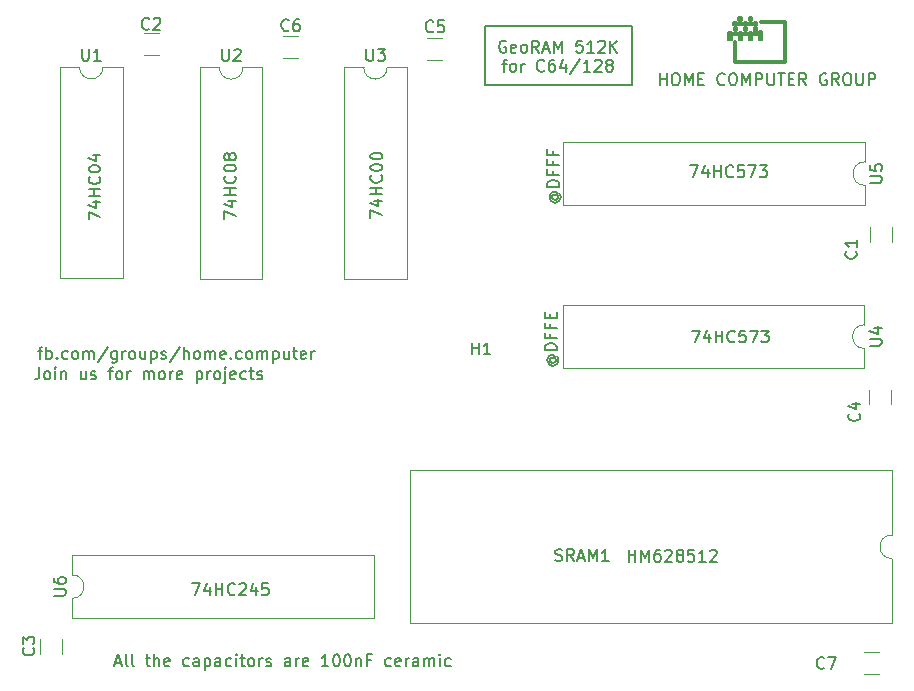
<source format=gbr>
%TF.GenerationSoftware,KiCad,Pcbnew,8.0.2*%
%TF.CreationDate,2024-05-01T18:58:10+02:00*%
%TF.ProjectId,OpenC64Cart,4f70656e-4336-4344-9361-72742e6b6963,2*%
%TF.SameCoordinates,Original*%
%TF.FileFunction,Legend,Top*%
%TF.FilePolarity,Positive*%
%FSLAX46Y46*%
G04 Gerber Fmt 4.6, Leading zero omitted, Abs format (unit mm)*
G04 Created by KiCad (PCBNEW 8.0.2) date 2024-05-01 18:58:10*
%MOMM*%
%LPD*%
G01*
G04 APERTURE LIST*
%ADD10C,0.300000*%
%ADD11C,0.150000*%
%ADD12C,0.120000*%
G04 APERTURE END LIST*
D10*
X176780000Y-61265000D02*
X176780000Y-64600000D01*
D11*
X172400000Y-61625000D02*
X172680000Y-61625000D01*
X172680000Y-61895000D01*
X172400000Y-61895000D01*
X172400000Y-61625000D01*
G36*
X172400000Y-61625000D02*
G01*
X172680000Y-61625000D01*
X172680000Y-61895000D01*
X172400000Y-61895000D01*
X172400000Y-61625000D01*
G37*
X174540000Y-62035000D02*
X174820000Y-62035000D01*
X174820000Y-62305000D01*
X174540000Y-62305000D01*
X174540000Y-62035000D01*
G36*
X174540000Y-62035000D02*
G01*
X174820000Y-62035000D01*
X174820000Y-62305000D01*
X174540000Y-62305000D01*
X174540000Y-62035000D01*
G37*
X172820000Y-60790000D02*
X173100000Y-60790000D01*
X173100000Y-61060000D01*
X172820000Y-61060000D01*
X172820000Y-60790000D01*
G36*
X172820000Y-60790000D02*
G01*
X173100000Y-60790000D01*
X173100000Y-61060000D01*
X172820000Y-61060000D01*
X172820000Y-60790000D01*
G37*
X173260000Y-61620000D02*
X173540000Y-61620000D01*
X173540000Y-61890000D01*
X173260000Y-61890000D01*
X173260000Y-61620000D01*
G36*
X173260000Y-61620000D02*
G01*
X173540000Y-61620000D01*
X173540000Y-61890000D01*
X173260000Y-61890000D01*
X173260000Y-61620000D01*
G37*
X174120000Y-62035000D02*
X174400000Y-62035000D01*
X174400000Y-62305000D01*
X174120000Y-62305000D01*
X174120000Y-62035000D01*
G36*
X174120000Y-62035000D02*
G01*
X174400000Y-62035000D01*
X174400000Y-62305000D01*
X174120000Y-62305000D01*
X174120000Y-62035000D01*
G37*
X172390000Y-61210000D02*
X172670000Y-61210000D01*
X172670000Y-61480000D01*
X172390000Y-61480000D01*
X172390000Y-61210000D01*
G36*
X172390000Y-61210000D02*
G01*
X172670000Y-61210000D01*
X172670000Y-61480000D01*
X172390000Y-61480000D01*
X172390000Y-61210000D01*
G37*
X172400000Y-62045000D02*
X172680000Y-62045000D01*
X172680000Y-62315000D01*
X172400000Y-62315000D01*
X172400000Y-62045000D01*
G36*
X172400000Y-62045000D02*
G01*
X172680000Y-62045000D01*
X172680000Y-62315000D01*
X172400000Y-62315000D01*
X172400000Y-62045000D01*
G37*
D10*
X172500000Y-62945000D02*
X172500000Y-64595000D01*
D11*
X173690000Y-62450000D02*
X173970000Y-62450000D01*
X173970000Y-62720000D01*
X173690000Y-62720000D01*
X173690000Y-62450000D01*
G36*
X173690000Y-62450000D02*
G01*
X173970000Y-62450000D01*
X173970000Y-62720000D01*
X173690000Y-62720000D01*
X173690000Y-62450000D01*
G37*
X171970000Y-62455000D02*
X172250000Y-62455000D01*
X172250000Y-62725000D01*
X171970000Y-62725000D01*
X171970000Y-62455000D01*
G36*
X171970000Y-62455000D02*
G01*
X172250000Y-62455000D01*
X172250000Y-62725000D01*
X171970000Y-62725000D01*
X171970000Y-62455000D01*
G37*
X174540000Y-62445000D02*
X174820000Y-62445000D01*
X174820000Y-62715000D01*
X174540000Y-62715000D01*
X174540000Y-62445000D01*
G36*
X174540000Y-62445000D02*
G01*
X174820000Y-62445000D01*
X174820000Y-62715000D01*
X174540000Y-62715000D01*
X174540000Y-62445000D01*
G37*
D10*
X174760000Y-61270000D02*
X176760000Y-61270000D01*
D11*
X173260000Y-62040000D02*
X173540000Y-62040000D01*
X173540000Y-62310000D01*
X173260000Y-62310000D01*
X173260000Y-62040000D01*
G36*
X173260000Y-62040000D02*
G01*
X173540000Y-62040000D01*
X173540000Y-62310000D01*
X173260000Y-62310000D01*
X173260000Y-62040000D01*
G37*
X173680000Y-60790000D02*
X173960000Y-60790000D01*
X173960000Y-61060000D01*
X173680000Y-61060000D01*
X173680000Y-60790000D01*
G36*
X173680000Y-60790000D02*
G01*
X173960000Y-60790000D01*
X173960000Y-61060000D01*
X173680000Y-61060000D01*
X173680000Y-60790000D01*
G37*
X172830000Y-62450000D02*
X173110000Y-62450000D01*
X173110000Y-62720000D01*
X172830000Y-62720000D01*
X172830000Y-62450000D01*
G36*
X172830000Y-62450000D02*
G01*
X173110000Y-62450000D01*
X173110000Y-62720000D01*
X172830000Y-62720000D01*
X172830000Y-62450000D01*
G37*
X174110000Y-61200000D02*
X174390000Y-61200000D01*
X174390000Y-61470000D01*
X174110000Y-61470000D01*
X174110000Y-61200000D01*
G36*
X174110000Y-61200000D02*
G01*
X174390000Y-61200000D01*
X174390000Y-61470000D01*
X174110000Y-61470000D01*
X174110000Y-61200000D01*
G37*
X171970000Y-62045000D02*
X172250000Y-62045000D01*
X172250000Y-62315000D01*
X171970000Y-62315000D01*
X171970000Y-62045000D01*
G36*
X171970000Y-62045000D02*
G01*
X172250000Y-62045000D01*
X172250000Y-62315000D01*
X171970000Y-62315000D01*
X171970000Y-62045000D01*
G37*
X173690000Y-62040000D02*
X173970000Y-62040000D01*
X173970000Y-62310000D01*
X173690000Y-62310000D01*
X173690000Y-62040000D01*
G36*
X173690000Y-62040000D02*
G01*
X173970000Y-62040000D01*
X173970000Y-62310000D01*
X173690000Y-62310000D01*
X173690000Y-62040000D01*
G37*
X172820000Y-61205000D02*
X173100000Y-61205000D01*
X173100000Y-61475000D01*
X172820000Y-61475000D01*
X172820000Y-61205000D01*
G36*
X172820000Y-61205000D02*
G01*
X173100000Y-61205000D01*
X173100000Y-61475000D01*
X172820000Y-61475000D01*
X172820000Y-61205000D01*
G37*
X173250000Y-61205000D02*
X173530000Y-61205000D01*
X173530000Y-61475000D01*
X173250000Y-61475000D01*
X173250000Y-61205000D01*
G36*
X173250000Y-61205000D02*
G01*
X173530000Y-61205000D01*
X173530000Y-61475000D01*
X173250000Y-61475000D01*
X173250000Y-61205000D01*
G37*
X172830000Y-62040000D02*
X173110000Y-62040000D01*
X173110000Y-62310000D01*
X172830000Y-62310000D01*
X172830000Y-62040000D01*
G36*
X172830000Y-62040000D02*
G01*
X173110000Y-62040000D01*
X173110000Y-62310000D01*
X172830000Y-62310000D01*
X172830000Y-62040000D01*
G37*
X173680000Y-61205000D02*
X173960000Y-61205000D01*
X173960000Y-61475000D01*
X173680000Y-61475000D01*
X173680000Y-61205000D01*
G36*
X173680000Y-61205000D02*
G01*
X173960000Y-61205000D01*
X173960000Y-61475000D01*
X173680000Y-61475000D01*
X173680000Y-61205000D01*
G37*
D10*
X172500000Y-64600000D02*
X176780000Y-64600000D01*
D11*
X174120000Y-61615000D02*
X174400000Y-61615000D01*
X174400000Y-61885000D01*
X174120000Y-61885000D01*
X174120000Y-61615000D01*
G36*
X174120000Y-61615000D02*
G01*
X174400000Y-61615000D01*
X174400000Y-61885000D01*
X174120000Y-61885000D01*
X174120000Y-61615000D01*
G37*
X151360000Y-61590000D02*
X163810000Y-61590000D01*
X163810000Y-66570000D01*
X151360000Y-66570000D01*
X151360000Y-61590000D01*
X166174762Y-66574819D02*
X166174762Y-65574819D01*
X166174762Y-66051009D02*
X166746190Y-66051009D01*
X166746190Y-66574819D02*
X166746190Y-65574819D01*
X167412857Y-65574819D02*
X167603333Y-65574819D01*
X167603333Y-65574819D02*
X167698571Y-65622438D01*
X167698571Y-65622438D02*
X167793809Y-65717676D01*
X167793809Y-65717676D02*
X167841428Y-65908152D01*
X167841428Y-65908152D02*
X167841428Y-66241485D01*
X167841428Y-66241485D02*
X167793809Y-66431961D01*
X167793809Y-66431961D02*
X167698571Y-66527200D01*
X167698571Y-66527200D02*
X167603333Y-66574819D01*
X167603333Y-66574819D02*
X167412857Y-66574819D01*
X167412857Y-66574819D02*
X167317619Y-66527200D01*
X167317619Y-66527200D02*
X167222381Y-66431961D01*
X167222381Y-66431961D02*
X167174762Y-66241485D01*
X167174762Y-66241485D02*
X167174762Y-65908152D01*
X167174762Y-65908152D02*
X167222381Y-65717676D01*
X167222381Y-65717676D02*
X167317619Y-65622438D01*
X167317619Y-65622438D02*
X167412857Y-65574819D01*
X168270000Y-66574819D02*
X168270000Y-65574819D01*
X168270000Y-65574819D02*
X168603333Y-66289104D01*
X168603333Y-66289104D02*
X168936666Y-65574819D01*
X168936666Y-65574819D02*
X168936666Y-66574819D01*
X169412857Y-66051009D02*
X169746190Y-66051009D01*
X169889047Y-66574819D02*
X169412857Y-66574819D01*
X169412857Y-66574819D02*
X169412857Y-65574819D01*
X169412857Y-65574819D02*
X169889047Y-65574819D01*
X171650952Y-66479580D02*
X171603333Y-66527200D01*
X171603333Y-66527200D02*
X171460476Y-66574819D01*
X171460476Y-66574819D02*
X171365238Y-66574819D01*
X171365238Y-66574819D02*
X171222381Y-66527200D01*
X171222381Y-66527200D02*
X171127143Y-66431961D01*
X171127143Y-66431961D02*
X171079524Y-66336723D01*
X171079524Y-66336723D02*
X171031905Y-66146247D01*
X171031905Y-66146247D02*
X171031905Y-66003390D01*
X171031905Y-66003390D02*
X171079524Y-65812914D01*
X171079524Y-65812914D02*
X171127143Y-65717676D01*
X171127143Y-65717676D02*
X171222381Y-65622438D01*
X171222381Y-65622438D02*
X171365238Y-65574819D01*
X171365238Y-65574819D02*
X171460476Y-65574819D01*
X171460476Y-65574819D02*
X171603333Y-65622438D01*
X171603333Y-65622438D02*
X171650952Y-65670057D01*
X172270000Y-65574819D02*
X172460476Y-65574819D01*
X172460476Y-65574819D02*
X172555714Y-65622438D01*
X172555714Y-65622438D02*
X172650952Y-65717676D01*
X172650952Y-65717676D02*
X172698571Y-65908152D01*
X172698571Y-65908152D02*
X172698571Y-66241485D01*
X172698571Y-66241485D02*
X172650952Y-66431961D01*
X172650952Y-66431961D02*
X172555714Y-66527200D01*
X172555714Y-66527200D02*
X172460476Y-66574819D01*
X172460476Y-66574819D02*
X172270000Y-66574819D01*
X172270000Y-66574819D02*
X172174762Y-66527200D01*
X172174762Y-66527200D02*
X172079524Y-66431961D01*
X172079524Y-66431961D02*
X172031905Y-66241485D01*
X172031905Y-66241485D02*
X172031905Y-65908152D01*
X172031905Y-65908152D02*
X172079524Y-65717676D01*
X172079524Y-65717676D02*
X172174762Y-65622438D01*
X172174762Y-65622438D02*
X172270000Y-65574819D01*
X173127143Y-66574819D02*
X173127143Y-65574819D01*
X173127143Y-65574819D02*
X173460476Y-66289104D01*
X173460476Y-66289104D02*
X173793809Y-65574819D01*
X173793809Y-65574819D02*
X173793809Y-66574819D01*
X174270000Y-66574819D02*
X174270000Y-65574819D01*
X174270000Y-65574819D02*
X174650952Y-65574819D01*
X174650952Y-65574819D02*
X174746190Y-65622438D01*
X174746190Y-65622438D02*
X174793809Y-65670057D01*
X174793809Y-65670057D02*
X174841428Y-65765295D01*
X174841428Y-65765295D02*
X174841428Y-65908152D01*
X174841428Y-65908152D02*
X174793809Y-66003390D01*
X174793809Y-66003390D02*
X174746190Y-66051009D01*
X174746190Y-66051009D02*
X174650952Y-66098628D01*
X174650952Y-66098628D02*
X174270000Y-66098628D01*
X175270000Y-65574819D02*
X175270000Y-66384342D01*
X175270000Y-66384342D02*
X175317619Y-66479580D01*
X175317619Y-66479580D02*
X175365238Y-66527200D01*
X175365238Y-66527200D02*
X175460476Y-66574819D01*
X175460476Y-66574819D02*
X175650952Y-66574819D01*
X175650952Y-66574819D02*
X175746190Y-66527200D01*
X175746190Y-66527200D02*
X175793809Y-66479580D01*
X175793809Y-66479580D02*
X175841428Y-66384342D01*
X175841428Y-66384342D02*
X175841428Y-65574819D01*
X176174762Y-65574819D02*
X176746190Y-65574819D01*
X176460476Y-66574819D02*
X176460476Y-65574819D01*
X177079524Y-66051009D02*
X177412857Y-66051009D01*
X177555714Y-66574819D02*
X177079524Y-66574819D01*
X177079524Y-66574819D02*
X177079524Y-65574819D01*
X177079524Y-65574819D02*
X177555714Y-65574819D01*
X178555714Y-66574819D02*
X178222381Y-66098628D01*
X177984286Y-66574819D02*
X177984286Y-65574819D01*
X177984286Y-65574819D02*
X178365238Y-65574819D01*
X178365238Y-65574819D02*
X178460476Y-65622438D01*
X178460476Y-65622438D02*
X178508095Y-65670057D01*
X178508095Y-65670057D02*
X178555714Y-65765295D01*
X178555714Y-65765295D02*
X178555714Y-65908152D01*
X178555714Y-65908152D02*
X178508095Y-66003390D01*
X178508095Y-66003390D02*
X178460476Y-66051009D01*
X178460476Y-66051009D02*
X178365238Y-66098628D01*
X178365238Y-66098628D02*
X177984286Y-66098628D01*
X180270000Y-65622438D02*
X180174762Y-65574819D01*
X180174762Y-65574819D02*
X180031905Y-65574819D01*
X180031905Y-65574819D02*
X179889048Y-65622438D01*
X179889048Y-65622438D02*
X179793810Y-65717676D01*
X179793810Y-65717676D02*
X179746191Y-65812914D01*
X179746191Y-65812914D02*
X179698572Y-66003390D01*
X179698572Y-66003390D02*
X179698572Y-66146247D01*
X179698572Y-66146247D02*
X179746191Y-66336723D01*
X179746191Y-66336723D02*
X179793810Y-66431961D01*
X179793810Y-66431961D02*
X179889048Y-66527200D01*
X179889048Y-66527200D02*
X180031905Y-66574819D01*
X180031905Y-66574819D02*
X180127143Y-66574819D01*
X180127143Y-66574819D02*
X180270000Y-66527200D01*
X180270000Y-66527200D02*
X180317619Y-66479580D01*
X180317619Y-66479580D02*
X180317619Y-66146247D01*
X180317619Y-66146247D02*
X180127143Y-66146247D01*
X181317619Y-66574819D02*
X180984286Y-66098628D01*
X180746191Y-66574819D02*
X180746191Y-65574819D01*
X180746191Y-65574819D02*
X181127143Y-65574819D01*
X181127143Y-65574819D02*
X181222381Y-65622438D01*
X181222381Y-65622438D02*
X181270000Y-65670057D01*
X181270000Y-65670057D02*
X181317619Y-65765295D01*
X181317619Y-65765295D02*
X181317619Y-65908152D01*
X181317619Y-65908152D02*
X181270000Y-66003390D01*
X181270000Y-66003390D02*
X181222381Y-66051009D01*
X181222381Y-66051009D02*
X181127143Y-66098628D01*
X181127143Y-66098628D02*
X180746191Y-66098628D01*
X181936667Y-65574819D02*
X182127143Y-65574819D01*
X182127143Y-65574819D02*
X182222381Y-65622438D01*
X182222381Y-65622438D02*
X182317619Y-65717676D01*
X182317619Y-65717676D02*
X182365238Y-65908152D01*
X182365238Y-65908152D02*
X182365238Y-66241485D01*
X182365238Y-66241485D02*
X182317619Y-66431961D01*
X182317619Y-66431961D02*
X182222381Y-66527200D01*
X182222381Y-66527200D02*
X182127143Y-66574819D01*
X182127143Y-66574819D02*
X181936667Y-66574819D01*
X181936667Y-66574819D02*
X181841429Y-66527200D01*
X181841429Y-66527200D02*
X181746191Y-66431961D01*
X181746191Y-66431961D02*
X181698572Y-66241485D01*
X181698572Y-66241485D02*
X181698572Y-65908152D01*
X181698572Y-65908152D02*
X181746191Y-65717676D01*
X181746191Y-65717676D02*
X181841429Y-65622438D01*
X181841429Y-65622438D02*
X181936667Y-65574819D01*
X182793810Y-65574819D02*
X182793810Y-66384342D01*
X182793810Y-66384342D02*
X182841429Y-66479580D01*
X182841429Y-66479580D02*
X182889048Y-66527200D01*
X182889048Y-66527200D02*
X182984286Y-66574819D01*
X182984286Y-66574819D02*
X183174762Y-66574819D01*
X183174762Y-66574819D02*
X183270000Y-66527200D01*
X183270000Y-66527200D02*
X183317619Y-66479580D01*
X183317619Y-66479580D02*
X183365238Y-66384342D01*
X183365238Y-66384342D02*
X183365238Y-65574819D01*
X183841429Y-66574819D02*
X183841429Y-65574819D01*
X183841429Y-65574819D02*
X184222381Y-65574819D01*
X184222381Y-65574819D02*
X184317619Y-65622438D01*
X184317619Y-65622438D02*
X184365238Y-65670057D01*
X184365238Y-65670057D02*
X184412857Y-65765295D01*
X184412857Y-65765295D02*
X184412857Y-65908152D01*
X184412857Y-65908152D02*
X184365238Y-66003390D01*
X184365238Y-66003390D02*
X184317619Y-66051009D01*
X184317619Y-66051009D02*
X184222381Y-66098628D01*
X184222381Y-66098628D02*
X183841429Y-66098628D01*
X113505714Y-89098152D02*
X113886666Y-89098152D01*
X113648571Y-89764819D02*
X113648571Y-88907676D01*
X113648571Y-88907676D02*
X113696190Y-88812438D01*
X113696190Y-88812438D02*
X113791428Y-88764819D01*
X113791428Y-88764819D02*
X113886666Y-88764819D01*
X114220000Y-89764819D02*
X114220000Y-88764819D01*
X114220000Y-89145771D02*
X114315238Y-89098152D01*
X114315238Y-89098152D02*
X114505714Y-89098152D01*
X114505714Y-89098152D02*
X114600952Y-89145771D01*
X114600952Y-89145771D02*
X114648571Y-89193390D01*
X114648571Y-89193390D02*
X114696190Y-89288628D01*
X114696190Y-89288628D02*
X114696190Y-89574342D01*
X114696190Y-89574342D02*
X114648571Y-89669580D01*
X114648571Y-89669580D02*
X114600952Y-89717200D01*
X114600952Y-89717200D02*
X114505714Y-89764819D01*
X114505714Y-89764819D02*
X114315238Y-89764819D01*
X114315238Y-89764819D02*
X114220000Y-89717200D01*
X115124762Y-89669580D02*
X115172381Y-89717200D01*
X115172381Y-89717200D02*
X115124762Y-89764819D01*
X115124762Y-89764819D02*
X115077143Y-89717200D01*
X115077143Y-89717200D02*
X115124762Y-89669580D01*
X115124762Y-89669580D02*
X115124762Y-89764819D01*
X116029523Y-89717200D02*
X115934285Y-89764819D01*
X115934285Y-89764819D02*
X115743809Y-89764819D01*
X115743809Y-89764819D02*
X115648571Y-89717200D01*
X115648571Y-89717200D02*
X115600952Y-89669580D01*
X115600952Y-89669580D02*
X115553333Y-89574342D01*
X115553333Y-89574342D02*
X115553333Y-89288628D01*
X115553333Y-89288628D02*
X115600952Y-89193390D01*
X115600952Y-89193390D02*
X115648571Y-89145771D01*
X115648571Y-89145771D02*
X115743809Y-89098152D01*
X115743809Y-89098152D02*
X115934285Y-89098152D01*
X115934285Y-89098152D02*
X116029523Y-89145771D01*
X116600952Y-89764819D02*
X116505714Y-89717200D01*
X116505714Y-89717200D02*
X116458095Y-89669580D01*
X116458095Y-89669580D02*
X116410476Y-89574342D01*
X116410476Y-89574342D02*
X116410476Y-89288628D01*
X116410476Y-89288628D02*
X116458095Y-89193390D01*
X116458095Y-89193390D02*
X116505714Y-89145771D01*
X116505714Y-89145771D02*
X116600952Y-89098152D01*
X116600952Y-89098152D02*
X116743809Y-89098152D01*
X116743809Y-89098152D02*
X116839047Y-89145771D01*
X116839047Y-89145771D02*
X116886666Y-89193390D01*
X116886666Y-89193390D02*
X116934285Y-89288628D01*
X116934285Y-89288628D02*
X116934285Y-89574342D01*
X116934285Y-89574342D02*
X116886666Y-89669580D01*
X116886666Y-89669580D02*
X116839047Y-89717200D01*
X116839047Y-89717200D02*
X116743809Y-89764819D01*
X116743809Y-89764819D02*
X116600952Y-89764819D01*
X117362857Y-89764819D02*
X117362857Y-89098152D01*
X117362857Y-89193390D02*
X117410476Y-89145771D01*
X117410476Y-89145771D02*
X117505714Y-89098152D01*
X117505714Y-89098152D02*
X117648571Y-89098152D01*
X117648571Y-89098152D02*
X117743809Y-89145771D01*
X117743809Y-89145771D02*
X117791428Y-89241009D01*
X117791428Y-89241009D02*
X117791428Y-89764819D01*
X117791428Y-89241009D02*
X117839047Y-89145771D01*
X117839047Y-89145771D02*
X117934285Y-89098152D01*
X117934285Y-89098152D02*
X118077142Y-89098152D01*
X118077142Y-89098152D02*
X118172381Y-89145771D01*
X118172381Y-89145771D02*
X118220000Y-89241009D01*
X118220000Y-89241009D02*
X118220000Y-89764819D01*
X119410475Y-88717200D02*
X118553333Y-90002914D01*
X120172380Y-89098152D02*
X120172380Y-89907676D01*
X120172380Y-89907676D02*
X120124761Y-90002914D01*
X120124761Y-90002914D02*
X120077142Y-90050533D01*
X120077142Y-90050533D02*
X119981904Y-90098152D01*
X119981904Y-90098152D02*
X119839047Y-90098152D01*
X119839047Y-90098152D02*
X119743809Y-90050533D01*
X120172380Y-89717200D02*
X120077142Y-89764819D01*
X120077142Y-89764819D02*
X119886666Y-89764819D01*
X119886666Y-89764819D02*
X119791428Y-89717200D01*
X119791428Y-89717200D02*
X119743809Y-89669580D01*
X119743809Y-89669580D02*
X119696190Y-89574342D01*
X119696190Y-89574342D02*
X119696190Y-89288628D01*
X119696190Y-89288628D02*
X119743809Y-89193390D01*
X119743809Y-89193390D02*
X119791428Y-89145771D01*
X119791428Y-89145771D02*
X119886666Y-89098152D01*
X119886666Y-89098152D02*
X120077142Y-89098152D01*
X120077142Y-89098152D02*
X120172380Y-89145771D01*
X120648571Y-89764819D02*
X120648571Y-89098152D01*
X120648571Y-89288628D02*
X120696190Y-89193390D01*
X120696190Y-89193390D02*
X120743809Y-89145771D01*
X120743809Y-89145771D02*
X120839047Y-89098152D01*
X120839047Y-89098152D02*
X120934285Y-89098152D01*
X121410476Y-89764819D02*
X121315238Y-89717200D01*
X121315238Y-89717200D02*
X121267619Y-89669580D01*
X121267619Y-89669580D02*
X121220000Y-89574342D01*
X121220000Y-89574342D02*
X121220000Y-89288628D01*
X121220000Y-89288628D02*
X121267619Y-89193390D01*
X121267619Y-89193390D02*
X121315238Y-89145771D01*
X121315238Y-89145771D02*
X121410476Y-89098152D01*
X121410476Y-89098152D02*
X121553333Y-89098152D01*
X121553333Y-89098152D02*
X121648571Y-89145771D01*
X121648571Y-89145771D02*
X121696190Y-89193390D01*
X121696190Y-89193390D02*
X121743809Y-89288628D01*
X121743809Y-89288628D02*
X121743809Y-89574342D01*
X121743809Y-89574342D02*
X121696190Y-89669580D01*
X121696190Y-89669580D02*
X121648571Y-89717200D01*
X121648571Y-89717200D02*
X121553333Y-89764819D01*
X121553333Y-89764819D02*
X121410476Y-89764819D01*
X122600952Y-89098152D02*
X122600952Y-89764819D01*
X122172381Y-89098152D02*
X122172381Y-89621961D01*
X122172381Y-89621961D02*
X122220000Y-89717200D01*
X122220000Y-89717200D02*
X122315238Y-89764819D01*
X122315238Y-89764819D02*
X122458095Y-89764819D01*
X122458095Y-89764819D02*
X122553333Y-89717200D01*
X122553333Y-89717200D02*
X122600952Y-89669580D01*
X123077143Y-89098152D02*
X123077143Y-90098152D01*
X123077143Y-89145771D02*
X123172381Y-89098152D01*
X123172381Y-89098152D02*
X123362857Y-89098152D01*
X123362857Y-89098152D02*
X123458095Y-89145771D01*
X123458095Y-89145771D02*
X123505714Y-89193390D01*
X123505714Y-89193390D02*
X123553333Y-89288628D01*
X123553333Y-89288628D02*
X123553333Y-89574342D01*
X123553333Y-89574342D02*
X123505714Y-89669580D01*
X123505714Y-89669580D02*
X123458095Y-89717200D01*
X123458095Y-89717200D02*
X123362857Y-89764819D01*
X123362857Y-89764819D02*
X123172381Y-89764819D01*
X123172381Y-89764819D02*
X123077143Y-89717200D01*
X123934286Y-89717200D02*
X124029524Y-89764819D01*
X124029524Y-89764819D02*
X124220000Y-89764819D01*
X124220000Y-89764819D02*
X124315238Y-89717200D01*
X124315238Y-89717200D02*
X124362857Y-89621961D01*
X124362857Y-89621961D02*
X124362857Y-89574342D01*
X124362857Y-89574342D02*
X124315238Y-89479104D01*
X124315238Y-89479104D02*
X124220000Y-89431485D01*
X124220000Y-89431485D02*
X124077143Y-89431485D01*
X124077143Y-89431485D02*
X123981905Y-89383866D01*
X123981905Y-89383866D02*
X123934286Y-89288628D01*
X123934286Y-89288628D02*
X123934286Y-89241009D01*
X123934286Y-89241009D02*
X123981905Y-89145771D01*
X123981905Y-89145771D02*
X124077143Y-89098152D01*
X124077143Y-89098152D02*
X124220000Y-89098152D01*
X124220000Y-89098152D02*
X124315238Y-89145771D01*
X125505714Y-88717200D02*
X124648572Y-90002914D01*
X125839048Y-89764819D02*
X125839048Y-88764819D01*
X126267619Y-89764819D02*
X126267619Y-89241009D01*
X126267619Y-89241009D02*
X126220000Y-89145771D01*
X126220000Y-89145771D02*
X126124762Y-89098152D01*
X126124762Y-89098152D02*
X125981905Y-89098152D01*
X125981905Y-89098152D02*
X125886667Y-89145771D01*
X125886667Y-89145771D02*
X125839048Y-89193390D01*
X126886667Y-89764819D02*
X126791429Y-89717200D01*
X126791429Y-89717200D02*
X126743810Y-89669580D01*
X126743810Y-89669580D02*
X126696191Y-89574342D01*
X126696191Y-89574342D02*
X126696191Y-89288628D01*
X126696191Y-89288628D02*
X126743810Y-89193390D01*
X126743810Y-89193390D02*
X126791429Y-89145771D01*
X126791429Y-89145771D02*
X126886667Y-89098152D01*
X126886667Y-89098152D02*
X127029524Y-89098152D01*
X127029524Y-89098152D02*
X127124762Y-89145771D01*
X127124762Y-89145771D02*
X127172381Y-89193390D01*
X127172381Y-89193390D02*
X127220000Y-89288628D01*
X127220000Y-89288628D02*
X127220000Y-89574342D01*
X127220000Y-89574342D02*
X127172381Y-89669580D01*
X127172381Y-89669580D02*
X127124762Y-89717200D01*
X127124762Y-89717200D02*
X127029524Y-89764819D01*
X127029524Y-89764819D02*
X126886667Y-89764819D01*
X127648572Y-89764819D02*
X127648572Y-89098152D01*
X127648572Y-89193390D02*
X127696191Y-89145771D01*
X127696191Y-89145771D02*
X127791429Y-89098152D01*
X127791429Y-89098152D02*
X127934286Y-89098152D01*
X127934286Y-89098152D02*
X128029524Y-89145771D01*
X128029524Y-89145771D02*
X128077143Y-89241009D01*
X128077143Y-89241009D02*
X128077143Y-89764819D01*
X128077143Y-89241009D02*
X128124762Y-89145771D01*
X128124762Y-89145771D02*
X128220000Y-89098152D01*
X128220000Y-89098152D02*
X128362857Y-89098152D01*
X128362857Y-89098152D02*
X128458096Y-89145771D01*
X128458096Y-89145771D02*
X128505715Y-89241009D01*
X128505715Y-89241009D02*
X128505715Y-89764819D01*
X129362857Y-89717200D02*
X129267619Y-89764819D01*
X129267619Y-89764819D02*
X129077143Y-89764819D01*
X129077143Y-89764819D02*
X128981905Y-89717200D01*
X128981905Y-89717200D02*
X128934286Y-89621961D01*
X128934286Y-89621961D02*
X128934286Y-89241009D01*
X128934286Y-89241009D02*
X128981905Y-89145771D01*
X128981905Y-89145771D02*
X129077143Y-89098152D01*
X129077143Y-89098152D02*
X129267619Y-89098152D01*
X129267619Y-89098152D02*
X129362857Y-89145771D01*
X129362857Y-89145771D02*
X129410476Y-89241009D01*
X129410476Y-89241009D02*
X129410476Y-89336247D01*
X129410476Y-89336247D02*
X128934286Y-89431485D01*
X129839048Y-89669580D02*
X129886667Y-89717200D01*
X129886667Y-89717200D02*
X129839048Y-89764819D01*
X129839048Y-89764819D02*
X129791429Y-89717200D01*
X129791429Y-89717200D02*
X129839048Y-89669580D01*
X129839048Y-89669580D02*
X129839048Y-89764819D01*
X130743809Y-89717200D02*
X130648571Y-89764819D01*
X130648571Y-89764819D02*
X130458095Y-89764819D01*
X130458095Y-89764819D02*
X130362857Y-89717200D01*
X130362857Y-89717200D02*
X130315238Y-89669580D01*
X130315238Y-89669580D02*
X130267619Y-89574342D01*
X130267619Y-89574342D02*
X130267619Y-89288628D01*
X130267619Y-89288628D02*
X130315238Y-89193390D01*
X130315238Y-89193390D02*
X130362857Y-89145771D01*
X130362857Y-89145771D02*
X130458095Y-89098152D01*
X130458095Y-89098152D02*
X130648571Y-89098152D01*
X130648571Y-89098152D02*
X130743809Y-89145771D01*
X131315238Y-89764819D02*
X131220000Y-89717200D01*
X131220000Y-89717200D02*
X131172381Y-89669580D01*
X131172381Y-89669580D02*
X131124762Y-89574342D01*
X131124762Y-89574342D02*
X131124762Y-89288628D01*
X131124762Y-89288628D02*
X131172381Y-89193390D01*
X131172381Y-89193390D02*
X131220000Y-89145771D01*
X131220000Y-89145771D02*
X131315238Y-89098152D01*
X131315238Y-89098152D02*
X131458095Y-89098152D01*
X131458095Y-89098152D02*
X131553333Y-89145771D01*
X131553333Y-89145771D02*
X131600952Y-89193390D01*
X131600952Y-89193390D02*
X131648571Y-89288628D01*
X131648571Y-89288628D02*
X131648571Y-89574342D01*
X131648571Y-89574342D02*
X131600952Y-89669580D01*
X131600952Y-89669580D02*
X131553333Y-89717200D01*
X131553333Y-89717200D02*
X131458095Y-89764819D01*
X131458095Y-89764819D02*
X131315238Y-89764819D01*
X132077143Y-89764819D02*
X132077143Y-89098152D01*
X132077143Y-89193390D02*
X132124762Y-89145771D01*
X132124762Y-89145771D02*
X132220000Y-89098152D01*
X132220000Y-89098152D02*
X132362857Y-89098152D01*
X132362857Y-89098152D02*
X132458095Y-89145771D01*
X132458095Y-89145771D02*
X132505714Y-89241009D01*
X132505714Y-89241009D02*
X132505714Y-89764819D01*
X132505714Y-89241009D02*
X132553333Y-89145771D01*
X132553333Y-89145771D02*
X132648571Y-89098152D01*
X132648571Y-89098152D02*
X132791428Y-89098152D01*
X132791428Y-89098152D02*
X132886667Y-89145771D01*
X132886667Y-89145771D02*
X132934286Y-89241009D01*
X132934286Y-89241009D02*
X132934286Y-89764819D01*
X133410476Y-89098152D02*
X133410476Y-90098152D01*
X133410476Y-89145771D02*
X133505714Y-89098152D01*
X133505714Y-89098152D02*
X133696190Y-89098152D01*
X133696190Y-89098152D02*
X133791428Y-89145771D01*
X133791428Y-89145771D02*
X133839047Y-89193390D01*
X133839047Y-89193390D02*
X133886666Y-89288628D01*
X133886666Y-89288628D02*
X133886666Y-89574342D01*
X133886666Y-89574342D02*
X133839047Y-89669580D01*
X133839047Y-89669580D02*
X133791428Y-89717200D01*
X133791428Y-89717200D02*
X133696190Y-89764819D01*
X133696190Y-89764819D02*
X133505714Y-89764819D01*
X133505714Y-89764819D02*
X133410476Y-89717200D01*
X134743809Y-89098152D02*
X134743809Y-89764819D01*
X134315238Y-89098152D02*
X134315238Y-89621961D01*
X134315238Y-89621961D02*
X134362857Y-89717200D01*
X134362857Y-89717200D02*
X134458095Y-89764819D01*
X134458095Y-89764819D02*
X134600952Y-89764819D01*
X134600952Y-89764819D02*
X134696190Y-89717200D01*
X134696190Y-89717200D02*
X134743809Y-89669580D01*
X135077143Y-89098152D02*
X135458095Y-89098152D01*
X135220000Y-88764819D02*
X135220000Y-89621961D01*
X135220000Y-89621961D02*
X135267619Y-89717200D01*
X135267619Y-89717200D02*
X135362857Y-89764819D01*
X135362857Y-89764819D02*
X135458095Y-89764819D01*
X136172381Y-89717200D02*
X136077143Y-89764819D01*
X136077143Y-89764819D02*
X135886667Y-89764819D01*
X135886667Y-89764819D02*
X135791429Y-89717200D01*
X135791429Y-89717200D02*
X135743810Y-89621961D01*
X135743810Y-89621961D02*
X135743810Y-89241009D01*
X135743810Y-89241009D02*
X135791429Y-89145771D01*
X135791429Y-89145771D02*
X135886667Y-89098152D01*
X135886667Y-89098152D02*
X136077143Y-89098152D01*
X136077143Y-89098152D02*
X136172381Y-89145771D01*
X136172381Y-89145771D02*
X136220000Y-89241009D01*
X136220000Y-89241009D02*
X136220000Y-89336247D01*
X136220000Y-89336247D02*
X135743810Y-89431485D01*
X136648572Y-89764819D02*
X136648572Y-89098152D01*
X136648572Y-89288628D02*
X136696191Y-89193390D01*
X136696191Y-89193390D02*
X136743810Y-89145771D01*
X136743810Y-89145771D02*
X136839048Y-89098152D01*
X136839048Y-89098152D02*
X136934286Y-89098152D01*
X129274819Y-77885713D02*
X129274819Y-77219047D01*
X129274819Y-77219047D02*
X130274819Y-77647618D01*
X129608152Y-76409523D02*
X130274819Y-76409523D01*
X129227200Y-76647618D02*
X129941485Y-76885713D01*
X129941485Y-76885713D02*
X129941485Y-76266666D01*
X130274819Y-75885713D02*
X129274819Y-75885713D01*
X129751009Y-75885713D02*
X129751009Y-75314285D01*
X130274819Y-75314285D02*
X129274819Y-75314285D01*
X130179580Y-74266666D02*
X130227200Y-74314285D01*
X130227200Y-74314285D02*
X130274819Y-74457142D01*
X130274819Y-74457142D02*
X130274819Y-74552380D01*
X130274819Y-74552380D02*
X130227200Y-74695237D01*
X130227200Y-74695237D02*
X130131961Y-74790475D01*
X130131961Y-74790475D02*
X130036723Y-74838094D01*
X130036723Y-74838094D02*
X129846247Y-74885713D01*
X129846247Y-74885713D02*
X129703390Y-74885713D01*
X129703390Y-74885713D02*
X129512914Y-74838094D01*
X129512914Y-74838094D02*
X129417676Y-74790475D01*
X129417676Y-74790475D02*
X129322438Y-74695237D01*
X129322438Y-74695237D02*
X129274819Y-74552380D01*
X129274819Y-74552380D02*
X129274819Y-74457142D01*
X129274819Y-74457142D02*
X129322438Y-74314285D01*
X129322438Y-74314285D02*
X129370057Y-74266666D01*
X129274819Y-73647618D02*
X129274819Y-73552380D01*
X129274819Y-73552380D02*
X129322438Y-73457142D01*
X129322438Y-73457142D02*
X129370057Y-73409523D01*
X129370057Y-73409523D02*
X129465295Y-73361904D01*
X129465295Y-73361904D02*
X129655771Y-73314285D01*
X129655771Y-73314285D02*
X129893866Y-73314285D01*
X129893866Y-73314285D02*
X130084342Y-73361904D01*
X130084342Y-73361904D02*
X130179580Y-73409523D01*
X130179580Y-73409523D02*
X130227200Y-73457142D01*
X130227200Y-73457142D02*
X130274819Y-73552380D01*
X130274819Y-73552380D02*
X130274819Y-73647618D01*
X130274819Y-73647618D02*
X130227200Y-73742856D01*
X130227200Y-73742856D02*
X130179580Y-73790475D01*
X130179580Y-73790475D02*
X130084342Y-73838094D01*
X130084342Y-73838094D02*
X129893866Y-73885713D01*
X129893866Y-73885713D02*
X129655771Y-73885713D01*
X129655771Y-73885713D02*
X129465295Y-73838094D01*
X129465295Y-73838094D02*
X129370057Y-73790475D01*
X129370057Y-73790475D02*
X129322438Y-73742856D01*
X129322438Y-73742856D02*
X129274819Y-73647618D01*
X129703390Y-72742856D02*
X129655771Y-72838094D01*
X129655771Y-72838094D02*
X129608152Y-72885713D01*
X129608152Y-72885713D02*
X129512914Y-72933332D01*
X129512914Y-72933332D02*
X129465295Y-72933332D01*
X129465295Y-72933332D02*
X129370057Y-72885713D01*
X129370057Y-72885713D02*
X129322438Y-72838094D01*
X129322438Y-72838094D02*
X129274819Y-72742856D01*
X129274819Y-72742856D02*
X129274819Y-72552380D01*
X129274819Y-72552380D02*
X129322438Y-72457142D01*
X129322438Y-72457142D02*
X129370057Y-72409523D01*
X129370057Y-72409523D02*
X129465295Y-72361904D01*
X129465295Y-72361904D02*
X129512914Y-72361904D01*
X129512914Y-72361904D02*
X129608152Y-72409523D01*
X129608152Y-72409523D02*
X129655771Y-72457142D01*
X129655771Y-72457142D02*
X129703390Y-72552380D01*
X129703390Y-72552380D02*
X129703390Y-72742856D01*
X129703390Y-72742856D02*
X129751009Y-72838094D01*
X129751009Y-72838094D02*
X129798628Y-72885713D01*
X129798628Y-72885713D02*
X129893866Y-72933332D01*
X129893866Y-72933332D02*
X130084342Y-72933332D01*
X130084342Y-72933332D02*
X130179580Y-72885713D01*
X130179580Y-72885713D02*
X130227200Y-72838094D01*
X130227200Y-72838094D02*
X130274819Y-72742856D01*
X130274819Y-72742856D02*
X130274819Y-72552380D01*
X130274819Y-72552380D02*
X130227200Y-72457142D01*
X130227200Y-72457142D02*
X130179580Y-72409523D01*
X130179580Y-72409523D02*
X130084342Y-72361904D01*
X130084342Y-72361904D02*
X129893866Y-72361904D01*
X129893866Y-72361904D02*
X129798628Y-72409523D01*
X129798628Y-72409523D02*
X129751009Y-72457142D01*
X129751009Y-72457142D02*
X129703390Y-72552380D01*
X117794819Y-77945713D02*
X117794819Y-77279047D01*
X117794819Y-77279047D02*
X118794819Y-77707618D01*
X118128152Y-76469523D02*
X118794819Y-76469523D01*
X117747200Y-76707618D02*
X118461485Y-76945713D01*
X118461485Y-76945713D02*
X118461485Y-76326666D01*
X118794819Y-75945713D02*
X117794819Y-75945713D01*
X118271009Y-75945713D02*
X118271009Y-75374285D01*
X118794819Y-75374285D02*
X117794819Y-75374285D01*
X118699580Y-74326666D02*
X118747200Y-74374285D01*
X118747200Y-74374285D02*
X118794819Y-74517142D01*
X118794819Y-74517142D02*
X118794819Y-74612380D01*
X118794819Y-74612380D02*
X118747200Y-74755237D01*
X118747200Y-74755237D02*
X118651961Y-74850475D01*
X118651961Y-74850475D02*
X118556723Y-74898094D01*
X118556723Y-74898094D02*
X118366247Y-74945713D01*
X118366247Y-74945713D02*
X118223390Y-74945713D01*
X118223390Y-74945713D02*
X118032914Y-74898094D01*
X118032914Y-74898094D02*
X117937676Y-74850475D01*
X117937676Y-74850475D02*
X117842438Y-74755237D01*
X117842438Y-74755237D02*
X117794819Y-74612380D01*
X117794819Y-74612380D02*
X117794819Y-74517142D01*
X117794819Y-74517142D02*
X117842438Y-74374285D01*
X117842438Y-74374285D02*
X117890057Y-74326666D01*
X117794819Y-73707618D02*
X117794819Y-73612380D01*
X117794819Y-73612380D02*
X117842438Y-73517142D01*
X117842438Y-73517142D02*
X117890057Y-73469523D01*
X117890057Y-73469523D02*
X117985295Y-73421904D01*
X117985295Y-73421904D02*
X118175771Y-73374285D01*
X118175771Y-73374285D02*
X118413866Y-73374285D01*
X118413866Y-73374285D02*
X118604342Y-73421904D01*
X118604342Y-73421904D02*
X118699580Y-73469523D01*
X118699580Y-73469523D02*
X118747200Y-73517142D01*
X118747200Y-73517142D02*
X118794819Y-73612380D01*
X118794819Y-73612380D02*
X118794819Y-73707618D01*
X118794819Y-73707618D02*
X118747200Y-73802856D01*
X118747200Y-73802856D02*
X118699580Y-73850475D01*
X118699580Y-73850475D02*
X118604342Y-73898094D01*
X118604342Y-73898094D02*
X118413866Y-73945713D01*
X118413866Y-73945713D02*
X118175771Y-73945713D01*
X118175771Y-73945713D02*
X117985295Y-73898094D01*
X117985295Y-73898094D02*
X117890057Y-73850475D01*
X117890057Y-73850475D02*
X117842438Y-73802856D01*
X117842438Y-73802856D02*
X117794819Y-73707618D01*
X118128152Y-72517142D02*
X118794819Y-72517142D01*
X117747200Y-72755237D02*
X118461485Y-72993332D01*
X118461485Y-72993332D02*
X118461485Y-72374285D01*
X168888095Y-87354819D02*
X169554761Y-87354819D01*
X169554761Y-87354819D02*
X169126190Y-88354819D01*
X170364285Y-87688152D02*
X170364285Y-88354819D01*
X170126190Y-87307200D02*
X169888095Y-88021485D01*
X169888095Y-88021485D02*
X170507142Y-88021485D01*
X170888095Y-88354819D02*
X170888095Y-87354819D01*
X170888095Y-87831009D02*
X171459523Y-87831009D01*
X171459523Y-88354819D02*
X171459523Y-87354819D01*
X172507142Y-88259580D02*
X172459523Y-88307200D01*
X172459523Y-88307200D02*
X172316666Y-88354819D01*
X172316666Y-88354819D02*
X172221428Y-88354819D01*
X172221428Y-88354819D02*
X172078571Y-88307200D01*
X172078571Y-88307200D02*
X171983333Y-88211961D01*
X171983333Y-88211961D02*
X171935714Y-88116723D01*
X171935714Y-88116723D02*
X171888095Y-87926247D01*
X171888095Y-87926247D02*
X171888095Y-87783390D01*
X171888095Y-87783390D02*
X171935714Y-87592914D01*
X171935714Y-87592914D02*
X171983333Y-87497676D01*
X171983333Y-87497676D02*
X172078571Y-87402438D01*
X172078571Y-87402438D02*
X172221428Y-87354819D01*
X172221428Y-87354819D02*
X172316666Y-87354819D01*
X172316666Y-87354819D02*
X172459523Y-87402438D01*
X172459523Y-87402438D02*
X172507142Y-87450057D01*
X173411904Y-87354819D02*
X172935714Y-87354819D01*
X172935714Y-87354819D02*
X172888095Y-87831009D01*
X172888095Y-87831009D02*
X172935714Y-87783390D01*
X172935714Y-87783390D02*
X173030952Y-87735771D01*
X173030952Y-87735771D02*
X173269047Y-87735771D01*
X173269047Y-87735771D02*
X173364285Y-87783390D01*
X173364285Y-87783390D02*
X173411904Y-87831009D01*
X173411904Y-87831009D02*
X173459523Y-87926247D01*
X173459523Y-87926247D02*
X173459523Y-88164342D01*
X173459523Y-88164342D02*
X173411904Y-88259580D01*
X173411904Y-88259580D02*
X173364285Y-88307200D01*
X173364285Y-88307200D02*
X173269047Y-88354819D01*
X173269047Y-88354819D02*
X173030952Y-88354819D01*
X173030952Y-88354819D02*
X172935714Y-88307200D01*
X172935714Y-88307200D02*
X172888095Y-88259580D01*
X173792857Y-87354819D02*
X174459523Y-87354819D01*
X174459523Y-87354819D02*
X174030952Y-88354819D01*
X174745238Y-87354819D02*
X175364285Y-87354819D01*
X175364285Y-87354819D02*
X175030952Y-87735771D01*
X175030952Y-87735771D02*
X175173809Y-87735771D01*
X175173809Y-87735771D02*
X175269047Y-87783390D01*
X175269047Y-87783390D02*
X175316666Y-87831009D01*
X175316666Y-87831009D02*
X175364285Y-87926247D01*
X175364285Y-87926247D02*
X175364285Y-88164342D01*
X175364285Y-88164342D02*
X175316666Y-88259580D01*
X175316666Y-88259580D02*
X175269047Y-88307200D01*
X175269047Y-88307200D02*
X175173809Y-88354819D01*
X175173809Y-88354819D02*
X174888095Y-88354819D01*
X174888095Y-88354819D02*
X174792857Y-88307200D01*
X174792857Y-88307200D02*
X174745238Y-88259580D01*
X157158628Y-75861428D02*
X157111009Y-75909047D01*
X157111009Y-75909047D02*
X157063390Y-76004285D01*
X157063390Y-76004285D02*
X157063390Y-76099523D01*
X157063390Y-76099523D02*
X157111009Y-76194761D01*
X157111009Y-76194761D02*
X157158628Y-76242380D01*
X157158628Y-76242380D02*
X157253866Y-76289999D01*
X157253866Y-76289999D02*
X157349104Y-76289999D01*
X157349104Y-76289999D02*
X157444342Y-76242380D01*
X157444342Y-76242380D02*
X157491961Y-76194761D01*
X157491961Y-76194761D02*
X157539580Y-76099523D01*
X157539580Y-76099523D02*
X157539580Y-76004285D01*
X157539580Y-76004285D02*
X157491961Y-75909047D01*
X157491961Y-75909047D02*
X157444342Y-75861428D01*
X157063390Y-75861428D02*
X157444342Y-75861428D01*
X157444342Y-75861428D02*
X157491961Y-75813809D01*
X157491961Y-75813809D02*
X157491961Y-75766190D01*
X157491961Y-75766190D02*
X157444342Y-75670951D01*
X157444342Y-75670951D02*
X157349104Y-75623332D01*
X157349104Y-75623332D02*
X157111009Y-75623332D01*
X157111009Y-75623332D02*
X156968152Y-75718571D01*
X156968152Y-75718571D02*
X156872914Y-75861428D01*
X156872914Y-75861428D02*
X156825295Y-76051904D01*
X156825295Y-76051904D02*
X156872914Y-76242380D01*
X156872914Y-76242380D02*
X156968152Y-76385237D01*
X156968152Y-76385237D02*
X157111009Y-76480475D01*
X157111009Y-76480475D02*
X157301485Y-76528094D01*
X157301485Y-76528094D02*
X157491961Y-76480475D01*
X157491961Y-76480475D02*
X157634819Y-76385237D01*
X157634819Y-76385237D02*
X157730057Y-76242380D01*
X157730057Y-76242380D02*
X157777676Y-76051904D01*
X157777676Y-76051904D02*
X157730057Y-75861428D01*
X157730057Y-75861428D02*
X157634819Y-75718571D01*
X157634819Y-75194761D02*
X156634819Y-75194761D01*
X156634819Y-75194761D02*
X156634819Y-74956666D01*
X156634819Y-74956666D02*
X156682438Y-74813809D01*
X156682438Y-74813809D02*
X156777676Y-74718571D01*
X156777676Y-74718571D02*
X156872914Y-74670952D01*
X156872914Y-74670952D02*
X157063390Y-74623333D01*
X157063390Y-74623333D02*
X157206247Y-74623333D01*
X157206247Y-74623333D02*
X157396723Y-74670952D01*
X157396723Y-74670952D02*
X157491961Y-74718571D01*
X157491961Y-74718571D02*
X157587200Y-74813809D01*
X157587200Y-74813809D02*
X157634819Y-74956666D01*
X157634819Y-74956666D02*
X157634819Y-75194761D01*
X157111009Y-73861428D02*
X157111009Y-74194761D01*
X157634819Y-74194761D02*
X156634819Y-74194761D01*
X156634819Y-74194761D02*
X156634819Y-73718571D01*
X157111009Y-73004285D02*
X157111009Y-73337618D01*
X157634819Y-73337618D02*
X156634819Y-73337618D01*
X156634819Y-73337618D02*
X156634819Y-72861428D01*
X157111009Y-72147142D02*
X157111009Y-72480475D01*
X157634819Y-72480475D02*
X156634819Y-72480475D01*
X156634819Y-72480475D02*
X156634819Y-72004285D01*
X153111428Y-62867466D02*
X153016190Y-62819847D01*
X153016190Y-62819847D02*
X152873333Y-62819847D01*
X152873333Y-62819847D02*
X152730476Y-62867466D01*
X152730476Y-62867466D02*
X152635238Y-62962704D01*
X152635238Y-62962704D02*
X152587619Y-63057942D01*
X152587619Y-63057942D02*
X152540000Y-63248418D01*
X152540000Y-63248418D02*
X152540000Y-63391275D01*
X152540000Y-63391275D02*
X152587619Y-63581751D01*
X152587619Y-63581751D02*
X152635238Y-63676989D01*
X152635238Y-63676989D02*
X152730476Y-63772228D01*
X152730476Y-63772228D02*
X152873333Y-63819847D01*
X152873333Y-63819847D02*
X152968571Y-63819847D01*
X152968571Y-63819847D02*
X153111428Y-63772228D01*
X153111428Y-63772228D02*
X153159047Y-63724608D01*
X153159047Y-63724608D02*
X153159047Y-63391275D01*
X153159047Y-63391275D02*
X152968571Y-63391275D01*
X153968571Y-63772228D02*
X153873333Y-63819847D01*
X153873333Y-63819847D02*
X153682857Y-63819847D01*
X153682857Y-63819847D02*
X153587619Y-63772228D01*
X153587619Y-63772228D02*
X153540000Y-63676989D01*
X153540000Y-63676989D02*
X153540000Y-63296037D01*
X153540000Y-63296037D02*
X153587619Y-63200799D01*
X153587619Y-63200799D02*
X153682857Y-63153180D01*
X153682857Y-63153180D02*
X153873333Y-63153180D01*
X153873333Y-63153180D02*
X153968571Y-63200799D01*
X153968571Y-63200799D02*
X154016190Y-63296037D01*
X154016190Y-63296037D02*
X154016190Y-63391275D01*
X154016190Y-63391275D02*
X153540000Y-63486513D01*
X154587619Y-63819847D02*
X154492381Y-63772228D01*
X154492381Y-63772228D02*
X154444762Y-63724608D01*
X154444762Y-63724608D02*
X154397143Y-63629370D01*
X154397143Y-63629370D02*
X154397143Y-63343656D01*
X154397143Y-63343656D02*
X154444762Y-63248418D01*
X154444762Y-63248418D02*
X154492381Y-63200799D01*
X154492381Y-63200799D02*
X154587619Y-63153180D01*
X154587619Y-63153180D02*
X154730476Y-63153180D01*
X154730476Y-63153180D02*
X154825714Y-63200799D01*
X154825714Y-63200799D02*
X154873333Y-63248418D01*
X154873333Y-63248418D02*
X154920952Y-63343656D01*
X154920952Y-63343656D02*
X154920952Y-63629370D01*
X154920952Y-63629370D02*
X154873333Y-63724608D01*
X154873333Y-63724608D02*
X154825714Y-63772228D01*
X154825714Y-63772228D02*
X154730476Y-63819847D01*
X154730476Y-63819847D02*
X154587619Y-63819847D01*
X155920952Y-63819847D02*
X155587619Y-63343656D01*
X155349524Y-63819847D02*
X155349524Y-62819847D01*
X155349524Y-62819847D02*
X155730476Y-62819847D01*
X155730476Y-62819847D02*
X155825714Y-62867466D01*
X155825714Y-62867466D02*
X155873333Y-62915085D01*
X155873333Y-62915085D02*
X155920952Y-63010323D01*
X155920952Y-63010323D02*
X155920952Y-63153180D01*
X155920952Y-63153180D02*
X155873333Y-63248418D01*
X155873333Y-63248418D02*
X155825714Y-63296037D01*
X155825714Y-63296037D02*
X155730476Y-63343656D01*
X155730476Y-63343656D02*
X155349524Y-63343656D01*
X156301905Y-63534132D02*
X156778095Y-63534132D01*
X156206667Y-63819847D02*
X156540000Y-62819847D01*
X156540000Y-62819847D02*
X156873333Y-63819847D01*
X157206667Y-63819847D02*
X157206667Y-62819847D01*
X157206667Y-62819847D02*
X157540000Y-63534132D01*
X157540000Y-63534132D02*
X157873333Y-62819847D01*
X157873333Y-62819847D02*
X157873333Y-63819847D01*
X159587619Y-62819847D02*
X159111429Y-62819847D01*
X159111429Y-62819847D02*
X159063810Y-63296037D01*
X159063810Y-63296037D02*
X159111429Y-63248418D01*
X159111429Y-63248418D02*
X159206667Y-63200799D01*
X159206667Y-63200799D02*
X159444762Y-63200799D01*
X159444762Y-63200799D02*
X159540000Y-63248418D01*
X159540000Y-63248418D02*
X159587619Y-63296037D01*
X159587619Y-63296037D02*
X159635238Y-63391275D01*
X159635238Y-63391275D02*
X159635238Y-63629370D01*
X159635238Y-63629370D02*
X159587619Y-63724608D01*
X159587619Y-63724608D02*
X159540000Y-63772228D01*
X159540000Y-63772228D02*
X159444762Y-63819847D01*
X159444762Y-63819847D02*
X159206667Y-63819847D01*
X159206667Y-63819847D02*
X159111429Y-63772228D01*
X159111429Y-63772228D02*
X159063810Y-63724608D01*
X160587619Y-63819847D02*
X160016191Y-63819847D01*
X160301905Y-63819847D02*
X160301905Y-62819847D01*
X160301905Y-62819847D02*
X160206667Y-62962704D01*
X160206667Y-62962704D02*
X160111429Y-63057942D01*
X160111429Y-63057942D02*
X160016191Y-63105561D01*
X160968572Y-62915085D02*
X161016191Y-62867466D01*
X161016191Y-62867466D02*
X161111429Y-62819847D01*
X161111429Y-62819847D02*
X161349524Y-62819847D01*
X161349524Y-62819847D02*
X161444762Y-62867466D01*
X161444762Y-62867466D02*
X161492381Y-62915085D01*
X161492381Y-62915085D02*
X161540000Y-63010323D01*
X161540000Y-63010323D02*
X161540000Y-63105561D01*
X161540000Y-63105561D02*
X161492381Y-63248418D01*
X161492381Y-63248418D02*
X160920953Y-63819847D01*
X160920953Y-63819847D02*
X161540000Y-63819847D01*
X161968572Y-63819847D02*
X161968572Y-62819847D01*
X162540000Y-63819847D02*
X162111429Y-63248418D01*
X162540000Y-62819847D02*
X161968572Y-63391275D01*
X152801904Y-64763124D02*
X153182856Y-64763124D01*
X152944761Y-65429791D02*
X152944761Y-64572648D01*
X152944761Y-64572648D02*
X152992380Y-64477410D01*
X152992380Y-64477410D02*
X153087618Y-64429791D01*
X153087618Y-64429791D02*
X153182856Y-64429791D01*
X153659047Y-65429791D02*
X153563809Y-65382172D01*
X153563809Y-65382172D02*
X153516190Y-65334552D01*
X153516190Y-65334552D02*
X153468571Y-65239314D01*
X153468571Y-65239314D02*
X153468571Y-64953600D01*
X153468571Y-64953600D02*
X153516190Y-64858362D01*
X153516190Y-64858362D02*
X153563809Y-64810743D01*
X153563809Y-64810743D02*
X153659047Y-64763124D01*
X153659047Y-64763124D02*
X153801904Y-64763124D01*
X153801904Y-64763124D02*
X153897142Y-64810743D01*
X153897142Y-64810743D02*
X153944761Y-64858362D01*
X153944761Y-64858362D02*
X153992380Y-64953600D01*
X153992380Y-64953600D02*
X153992380Y-65239314D01*
X153992380Y-65239314D02*
X153944761Y-65334552D01*
X153944761Y-65334552D02*
X153897142Y-65382172D01*
X153897142Y-65382172D02*
X153801904Y-65429791D01*
X153801904Y-65429791D02*
X153659047Y-65429791D01*
X154420952Y-65429791D02*
X154420952Y-64763124D01*
X154420952Y-64953600D02*
X154468571Y-64858362D01*
X154468571Y-64858362D02*
X154516190Y-64810743D01*
X154516190Y-64810743D02*
X154611428Y-64763124D01*
X154611428Y-64763124D02*
X154706666Y-64763124D01*
X156373333Y-65334552D02*
X156325714Y-65382172D01*
X156325714Y-65382172D02*
X156182857Y-65429791D01*
X156182857Y-65429791D02*
X156087619Y-65429791D01*
X156087619Y-65429791D02*
X155944762Y-65382172D01*
X155944762Y-65382172D02*
X155849524Y-65286933D01*
X155849524Y-65286933D02*
X155801905Y-65191695D01*
X155801905Y-65191695D02*
X155754286Y-65001219D01*
X155754286Y-65001219D02*
X155754286Y-64858362D01*
X155754286Y-64858362D02*
X155801905Y-64667886D01*
X155801905Y-64667886D02*
X155849524Y-64572648D01*
X155849524Y-64572648D02*
X155944762Y-64477410D01*
X155944762Y-64477410D02*
X156087619Y-64429791D01*
X156087619Y-64429791D02*
X156182857Y-64429791D01*
X156182857Y-64429791D02*
X156325714Y-64477410D01*
X156325714Y-64477410D02*
X156373333Y-64525029D01*
X157230476Y-64429791D02*
X157040000Y-64429791D01*
X157040000Y-64429791D02*
X156944762Y-64477410D01*
X156944762Y-64477410D02*
X156897143Y-64525029D01*
X156897143Y-64525029D02*
X156801905Y-64667886D01*
X156801905Y-64667886D02*
X156754286Y-64858362D01*
X156754286Y-64858362D02*
X156754286Y-65239314D01*
X156754286Y-65239314D02*
X156801905Y-65334552D01*
X156801905Y-65334552D02*
X156849524Y-65382172D01*
X156849524Y-65382172D02*
X156944762Y-65429791D01*
X156944762Y-65429791D02*
X157135238Y-65429791D01*
X157135238Y-65429791D02*
X157230476Y-65382172D01*
X157230476Y-65382172D02*
X157278095Y-65334552D01*
X157278095Y-65334552D02*
X157325714Y-65239314D01*
X157325714Y-65239314D02*
X157325714Y-65001219D01*
X157325714Y-65001219D02*
X157278095Y-64905981D01*
X157278095Y-64905981D02*
X157230476Y-64858362D01*
X157230476Y-64858362D02*
X157135238Y-64810743D01*
X157135238Y-64810743D02*
X156944762Y-64810743D01*
X156944762Y-64810743D02*
X156849524Y-64858362D01*
X156849524Y-64858362D02*
X156801905Y-64905981D01*
X156801905Y-64905981D02*
X156754286Y-65001219D01*
X158182857Y-64763124D02*
X158182857Y-65429791D01*
X157944762Y-64382172D02*
X157706667Y-65096457D01*
X157706667Y-65096457D02*
X158325714Y-65096457D01*
X159420952Y-64382172D02*
X158563810Y-65667886D01*
X160278095Y-65429791D02*
X159706667Y-65429791D01*
X159992381Y-65429791D02*
X159992381Y-64429791D01*
X159992381Y-64429791D02*
X159897143Y-64572648D01*
X159897143Y-64572648D02*
X159801905Y-64667886D01*
X159801905Y-64667886D02*
X159706667Y-64715505D01*
X160659048Y-64525029D02*
X160706667Y-64477410D01*
X160706667Y-64477410D02*
X160801905Y-64429791D01*
X160801905Y-64429791D02*
X161040000Y-64429791D01*
X161040000Y-64429791D02*
X161135238Y-64477410D01*
X161135238Y-64477410D02*
X161182857Y-64525029D01*
X161182857Y-64525029D02*
X161230476Y-64620267D01*
X161230476Y-64620267D02*
X161230476Y-64715505D01*
X161230476Y-64715505D02*
X161182857Y-64858362D01*
X161182857Y-64858362D02*
X160611429Y-65429791D01*
X160611429Y-65429791D02*
X161230476Y-65429791D01*
X161801905Y-64858362D02*
X161706667Y-64810743D01*
X161706667Y-64810743D02*
X161659048Y-64763124D01*
X161659048Y-64763124D02*
X161611429Y-64667886D01*
X161611429Y-64667886D02*
X161611429Y-64620267D01*
X161611429Y-64620267D02*
X161659048Y-64525029D01*
X161659048Y-64525029D02*
X161706667Y-64477410D01*
X161706667Y-64477410D02*
X161801905Y-64429791D01*
X161801905Y-64429791D02*
X161992381Y-64429791D01*
X161992381Y-64429791D02*
X162087619Y-64477410D01*
X162087619Y-64477410D02*
X162135238Y-64525029D01*
X162135238Y-64525029D02*
X162182857Y-64620267D01*
X162182857Y-64620267D02*
X162182857Y-64667886D01*
X162182857Y-64667886D02*
X162135238Y-64763124D01*
X162135238Y-64763124D02*
X162087619Y-64810743D01*
X162087619Y-64810743D02*
X161992381Y-64858362D01*
X161992381Y-64858362D02*
X161801905Y-64858362D01*
X161801905Y-64858362D02*
X161706667Y-64905981D01*
X161706667Y-64905981D02*
X161659048Y-64953600D01*
X161659048Y-64953600D02*
X161611429Y-65048838D01*
X161611429Y-65048838D02*
X161611429Y-65239314D01*
X161611429Y-65239314D02*
X161659048Y-65334552D01*
X161659048Y-65334552D02*
X161706667Y-65382172D01*
X161706667Y-65382172D02*
X161801905Y-65429791D01*
X161801905Y-65429791D02*
X161992381Y-65429791D01*
X161992381Y-65429791D02*
X162087619Y-65382172D01*
X162087619Y-65382172D02*
X162135238Y-65334552D01*
X162135238Y-65334552D02*
X162182857Y-65239314D01*
X162182857Y-65239314D02*
X162182857Y-65048838D01*
X162182857Y-65048838D02*
X162135238Y-64953600D01*
X162135238Y-64953600D02*
X162087619Y-64905981D01*
X162087619Y-64905981D02*
X161992381Y-64858362D01*
X163525714Y-106924819D02*
X163525714Y-105924819D01*
X163525714Y-106401009D02*
X164097142Y-106401009D01*
X164097142Y-106924819D02*
X164097142Y-105924819D01*
X164573333Y-106924819D02*
X164573333Y-105924819D01*
X164573333Y-105924819D02*
X164906666Y-106639104D01*
X164906666Y-106639104D02*
X165239999Y-105924819D01*
X165239999Y-105924819D02*
X165239999Y-106924819D01*
X166144761Y-105924819D02*
X165954285Y-105924819D01*
X165954285Y-105924819D02*
X165859047Y-105972438D01*
X165859047Y-105972438D02*
X165811428Y-106020057D01*
X165811428Y-106020057D02*
X165716190Y-106162914D01*
X165716190Y-106162914D02*
X165668571Y-106353390D01*
X165668571Y-106353390D02*
X165668571Y-106734342D01*
X165668571Y-106734342D02*
X165716190Y-106829580D01*
X165716190Y-106829580D02*
X165763809Y-106877200D01*
X165763809Y-106877200D02*
X165859047Y-106924819D01*
X165859047Y-106924819D02*
X166049523Y-106924819D01*
X166049523Y-106924819D02*
X166144761Y-106877200D01*
X166144761Y-106877200D02*
X166192380Y-106829580D01*
X166192380Y-106829580D02*
X166239999Y-106734342D01*
X166239999Y-106734342D02*
X166239999Y-106496247D01*
X166239999Y-106496247D02*
X166192380Y-106401009D01*
X166192380Y-106401009D02*
X166144761Y-106353390D01*
X166144761Y-106353390D02*
X166049523Y-106305771D01*
X166049523Y-106305771D02*
X165859047Y-106305771D01*
X165859047Y-106305771D02*
X165763809Y-106353390D01*
X165763809Y-106353390D02*
X165716190Y-106401009D01*
X165716190Y-106401009D02*
X165668571Y-106496247D01*
X166620952Y-106020057D02*
X166668571Y-105972438D01*
X166668571Y-105972438D02*
X166763809Y-105924819D01*
X166763809Y-105924819D02*
X167001904Y-105924819D01*
X167001904Y-105924819D02*
X167097142Y-105972438D01*
X167097142Y-105972438D02*
X167144761Y-106020057D01*
X167144761Y-106020057D02*
X167192380Y-106115295D01*
X167192380Y-106115295D02*
X167192380Y-106210533D01*
X167192380Y-106210533D02*
X167144761Y-106353390D01*
X167144761Y-106353390D02*
X166573333Y-106924819D01*
X166573333Y-106924819D02*
X167192380Y-106924819D01*
X167763809Y-106353390D02*
X167668571Y-106305771D01*
X167668571Y-106305771D02*
X167620952Y-106258152D01*
X167620952Y-106258152D02*
X167573333Y-106162914D01*
X167573333Y-106162914D02*
X167573333Y-106115295D01*
X167573333Y-106115295D02*
X167620952Y-106020057D01*
X167620952Y-106020057D02*
X167668571Y-105972438D01*
X167668571Y-105972438D02*
X167763809Y-105924819D01*
X167763809Y-105924819D02*
X167954285Y-105924819D01*
X167954285Y-105924819D02*
X168049523Y-105972438D01*
X168049523Y-105972438D02*
X168097142Y-106020057D01*
X168097142Y-106020057D02*
X168144761Y-106115295D01*
X168144761Y-106115295D02*
X168144761Y-106162914D01*
X168144761Y-106162914D02*
X168097142Y-106258152D01*
X168097142Y-106258152D02*
X168049523Y-106305771D01*
X168049523Y-106305771D02*
X167954285Y-106353390D01*
X167954285Y-106353390D02*
X167763809Y-106353390D01*
X167763809Y-106353390D02*
X167668571Y-106401009D01*
X167668571Y-106401009D02*
X167620952Y-106448628D01*
X167620952Y-106448628D02*
X167573333Y-106543866D01*
X167573333Y-106543866D02*
X167573333Y-106734342D01*
X167573333Y-106734342D02*
X167620952Y-106829580D01*
X167620952Y-106829580D02*
X167668571Y-106877200D01*
X167668571Y-106877200D02*
X167763809Y-106924819D01*
X167763809Y-106924819D02*
X167954285Y-106924819D01*
X167954285Y-106924819D02*
X168049523Y-106877200D01*
X168049523Y-106877200D02*
X168097142Y-106829580D01*
X168097142Y-106829580D02*
X168144761Y-106734342D01*
X168144761Y-106734342D02*
X168144761Y-106543866D01*
X168144761Y-106543866D02*
X168097142Y-106448628D01*
X168097142Y-106448628D02*
X168049523Y-106401009D01*
X168049523Y-106401009D02*
X167954285Y-106353390D01*
X169049523Y-105924819D02*
X168573333Y-105924819D01*
X168573333Y-105924819D02*
X168525714Y-106401009D01*
X168525714Y-106401009D02*
X168573333Y-106353390D01*
X168573333Y-106353390D02*
X168668571Y-106305771D01*
X168668571Y-106305771D02*
X168906666Y-106305771D01*
X168906666Y-106305771D02*
X169001904Y-106353390D01*
X169001904Y-106353390D02*
X169049523Y-106401009D01*
X169049523Y-106401009D02*
X169097142Y-106496247D01*
X169097142Y-106496247D02*
X169097142Y-106734342D01*
X169097142Y-106734342D02*
X169049523Y-106829580D01*
X169049523Y-106829580D02*
X169001904Y-106877200D01*
X169001904Y-106877200D02*
X168906666Y-106924819D01*
X168906666Y-106924819D02*
X168668571Y-106924819D01*
X168668571Y-106924819D02*
X168573333Y-106877200D01*
X168573333Y-106877200D02*
X168525714Y-106829580D01*
X170049523Y-106924819D02*
X169478095Y-106924819D01*
X169763809Y-106924819D02*
X169763809Y-105924819D01*
X169763809Y-105924819D02*
X169668571Y-106067676D01*
X169668571Y-106067676D02*
X169573333Y-106162914D01*
X169573333Y-106162914D02*
X169478095Y-106210533D01*
X170430476Y-106020057D02*
X170478095Y-105972438D01*
X170478095Y-105972438D02*
X170573333Y-105924819D01*
X170573333Y-105924819D02*
X170811428Y-105924819D01*
X170811428Y-105924819D02*
X170906666Y-105972438D01*
X170906666Y-105972438D02*
X170954285Y-106020057D01*
X170954285Y-106020057D02*
X171001904Y-106115295D01*
X171001904Y-106115295D02*
X171001904Y-106210533D01*
X171001904Y-106210533D02*
X170954285Y-106353390D01*
X170954285Y-106353390D02*
X170382857Y-106924819D01*
X170382857Y-106924819D02*
X171001904Y-106924819D01*
X156948628Y-89675238D02*
X156901009Y-89722857D01*
X156901009Y-89722857D02*
X156853390Y-89818095D01*
X156853390Y-89818095D02*
X156853390Y-89913333D01*
X156853390Y-89913333D02*
X156901009Y-90008571D01*
X156901009Y-90008571D02*
X156948628Y-90056190D01*
X156948628Y-90056190D02*
X157043866Y-90103809D01*
X157043866Y-90103809D02*
X157139104Y-90103809D01*
X157139104Y-90103809D02*
X157234342Y-90056190D01*
X157234342Y-90056190D02*
X157281961Y-90008571D01*
X157281961Y-90008571D02*
X157329580Y-89913333D01*
X157329580Y-89913333D02*
X157329580Y-89818095D01*
X157329580Y-89818095D02*
X157281961Y-89722857D01*
X157281961Y-89722857D02*
X157234342Y-89675238D01*
X156853390Y-89675238D02*
X157234342Y-89675238D01*
X157234342Y-89675238D02*
X157281961Y-89627619D01*
X157281961Y-89627619D02*
X157281961Y-89580000D01*
X157281961Y-89580000D02*
X157234342Y-89484761D01*
X157234342Y-89484761D02*
X157139104Y-89437142D01*
X157139104Y-89437142D02*
X156901009Y-89437142D01*
X156901009Y-89437142D02*
X156758152Y-89532381D01*
X156758152Y-89532381D02*
X156662914Y-89675238D01*
X156662914Y-89675238D02*
X156615295Y-89865714D01*
X156615295Y-89865714D02*
X156662914Y-90056190D01*
X156662914Y-90056190D02*
X156758152Y-90199047D01*
X156758152Y-90199047D02*
X156901009Y-90294285D01*
X156901009Y-90294285D02*
X157091485Y-90341904D01*
X157091485Y-90341904D02*
X157281961Y-90294285D01*
X157281961Y-90294285D02*
X157424819Y-90199047D01*
X157424819Y-90199047D02*
X157520057Y-90056190D01*
X157520057Y-90056190D02*
X157567676Y-89865714D01*
X157567676Y-89865714D02*
X157520057Y-89675238D01*
X157520057Y-89675238D02*
X157424819Y-89532381D01*
X157424819Y-89008571D02*
X156424819Y-89008571D01*
X156424819Y-89008571D02*
X156424819Y-88770476D01*
X156424819Y-88770476D02*
X156472438Y-88627619D01*
X156472438Y-88627619D02*
X156567676Y-88532381D01*
X156567676Y-88532381D02*
X156662914Y-88484762D01*
X156662914Y-88484762D02*
X156853390Y-88437143D01*
X156853390Y-88437143D02*
X156996247Y-88437143D01*
X156996247Y-88437143D02*
X157186723Y-88484762D01*
X157186723Y-88484762D02*
X157281961Y-88532381D01*
X157281961Y-88532381D02*
X157377200Y-88627619D01*
X157377200Y-88627619D02*
X157424819Y-88770476D01*
X157424819Y-88770476D02*
X157424819Y-89008571D01*
X156901009Y-87675238D02*
X156901009Y-88008571D01*
X157424819Y-88008571D02*
X156424819Y-88008571D01*
X156424819Y-88008571D02*
X156424819Y-87532381D01*
X156901009Y-86818095D02*
X156901009Y-87151428D01*
X157424819Y-87151428D02*
X156424819Y-87151428D01*
X156424819Y-87151428D02*
X156424819Y-86675238D01*
X156901009Y-86294285D02*
X156901009Y-85960952D01*
X157424819Y-85818095D02*
X157424819Y-86294285D01*
X157424819Y-86294285D02*
X156424819Y-86294285D01*
X156424819Y-86294285D02*
X156424819Y-85818095D01*
X113604284Y-90484819D02*
X113604284Y-91199104D01*
X113604284Y-91199104D02*
X113556665Y-91341961D01*
X113556665Y-91341961D02*
X113461427Y-91437200D01*
X113461427Y-91437200D02*
X113318570Y-91484819D01*
X113318570Y-91484819D02*
X113223332Y-91484819D01*
X114223332Y-91484819D02*
X114128094Y-91437200D01*
X114128094Y-91437200D02*
X114080475Y-91389580D01*
X114080475Y-91389580D02*
X114032856Y-91294342D01*
X114032856Y-91294342D02*
X114032856Y-91008628D01*
X114032856Y-91008628D02*
X114080475Y-90913390D01*
X114080475Y-90913390D02*
X114128094Y-90865771D01*
X114128094Y-90865771D02*
X114223332Y-90818152D01*
X114223332Y-90818152D02*
X114366189Y-90818152D01*
X114366189Y-90818152D02*
X114461427Y-90865771D01*
X114461427Y-90865771D02*
X114509046Y-90913390D01*
X114509046Y-90913390D02*
X114556665Y-91008628D01*
X114556665Y-91008628D02*
X114556665Y-91294342D01*
X114556665Y-91294342D02*
X114509046Y-91389580D01*
X114509046Y-91389580D02*
X114461427Y-91437200D01*
X114461427Y-91437200D02*
X114366189Y-91484819D01*
X114366189Y-91484819D02*
X114223332Y-91484819D01*
X114985237Y-91484819D02*
X114985237Y-90818152D01*
X114985237Y-90484819D02*
X114937618Y-90532438D01*
X114937618Y-90532438D02*
X114985237Y-90580057D01*
X114985237Y-90580057D02*
X115032856Y-90532438D01*
X115032856Y-90532438D02*
X114985237Y-90484819D01*
X114985237Y-90484819D02*
X114985237Y-90580057D01*
X115461427Y-90818152D02*
X115461427Y-91484819D01*
X115461427Y-90913390D02*
X115509046Y-90865771D01*
X115509046Y-90865771D02*
X115604284Y-90818152D01*
X115604284Y-90818152D02*
X115747141Y-90818152D01*
X115747141Y-90818152D02*
X115842379Y-90865771D01*
X115842379Y-90865771D02*
X115889998Y-90961009D01*
X115889998Y-90961009D02*
X115889998Y-91484819D01*
X117556665Y-90818152D02*
X117556665Y-91484819D01*
X117128094Y-90818152D02*
X117128094Y-91341961D01*
X117128094Y-91341961D02*
X117175713Y-91437200D01*
X117175713Y-91437200D02*
X117270951Y-91484819D01*
X117270951Y-91484819D02*
X117413808Y-91484819D01*
X117413808Y-91484819D02*
X117509046Y-91437200D01*
X117509046Y-91437200D02*
X117556665Y-91389580D01*
X117985237Y-91437200D02*
X118080475Y-91484819D01*
X118080475Y-91484819D02*
X118270951Y-91484819D01*
X118270951Y-91484819D02*
X118366189Y-91437200D01*
X118366189Y-91437200D02*
X118413808Y-91341961D01*
X118413808Y-91341961D02*
X118413808Y-91294342D01*
X118413808Y-91294342D02*
X118366189Y-91199104D01*
X118366189Y-91199104D02*
X118270951Y-91151485D01*
X118270951Y-91151485D02*
X118128094Y-91151485D01*
X118128094Y-91151485D02*
X118032856Y-91103866D01*
X118032856Y-91103866D02*
X117985237Y-91008628D01*
X117985237Y-91008628D02*
X117985237Y-90961009D01*
X117985237Y-90961009D02*
X118032856Y-90865771D01*
X118032856Y-90865771D02*
X118128094Y-90818152D01*
X118128094Y-90818152D02*
X118270951Y-90818152D01*
X118270951Y-90818152D02*
X118366189Y-90865771D01*
X119461428Y-90818152D02*
X119842380Y-90818152D01*
X119604285Y-91484819D02*
X119604285Y-90627676D01*
X119604285Y-90627676D02*
X119651904Y-90532438D01*
X119651904Y-90532438D02*
X119747142Y-90484819D01*
X119747142Y-90484819D02*
X119842380Y-90484819D01*
X120318571Y-91484819D02*
X120223333Y-91437200D01*
X120223333Y-91437200D02*
X120175714Y-91389580D01*
X120175714Y-91389580D02*
X120128095Y-91294342D01*
X120128095Y-91294342D02*
X120128095Y-91008628D01*
X120128095Y-91008628D02*
X120175714Y-90913390D01*
X120175714Y-90913390D02*
X120223333Y-90865771D01*
X120223333Y-90865771D02*
X120318571Y-90818152D01*
X120318571Y-90818152D02*
X120461428Y-90818152D01*
X120461428Y-90818152D02*
X120556666Y-90865771D01*
X120556666Y-90865771D02*
X120604285Y-90913390D01*
X120604285Y-90913390D02*
X120651904Y-91008628D01*
X120651904Y-91008628D02*
X120651904Y-91294342D01*
X120651904Y-91294342D02*
X120604285Y-91389580D01*
X120604285Y-91389580D02*
X120556666Y-91437200D01*
X120556666Y-91437200D02*
X120461428Y-91484819D01*
X120461428Y-91484819D02*
X120318571Y-91484819D01*
X121080476Y-91484819D02*
X121080476Y-90818152D01*
X121080476Y-91008628D02*
X121128095Y-90913390D01*
X121128095Y-90913390D02*
X121175714Y-90865771D01*
X121175714Y-90865771D02*
X121270952Y-90818152D01*
X121270952Y-90818152D02*
X121366190Y-90818152D01*
X122461429Y-91484819D02*
X122461429Y-90818152D01*
X122461429Y-90913390D02*
X122509048Y-90865771D01*
X122509048Y-90865771D02*
X122604286Y-90818152D01*
X122604286Y-90818152D02*
X122747143Y-90818152D01*
X122747143Y-90818152D02*
X122842381Y-90865771D01*
X122842381Y-90865771D02*
X122890000Y-90961009D01*
X122890000Y-90961009D02*
X122890000Y-91484819D01*
X122890000Y-90961009D02*
X122937619Y-90865771D01*
X122937619Y-90865771D02*
X123032857Y-90818152D01*
X123032857Y-90818152D02*
X123175714Y-90818152D01*
X123175714Y-90818152D02*
X123270953Y-90865771D01*
X123270953Y-90865771D02*
X123318572Y-90961009D01*
X123318572Y-90961009D02*
X123318572Y-91484819D01*
X123937619Y-91484819D02*
X123842381Y-91437200D01*
X123842381Y-91437200D02*
X123794762Y-91389580D01*
X123794762Y-91389580D02*
X123747143Y-91294342D01*
X123747143Y-91294342D02*
X123747143Y-91008628D01*
X123747143Y-91008628D02*
X123794762Y-90913390D01*
X123794762Y-90913390D02*
X123842381Y-90865771D01*
X123842381Y-90865771D02*
X123937619Y-90818152D01*
X123937619Y-90818152D02*
X124080476Y-90818152D01*
X124080476Y-90818152D02*
X124175714Y-90865771D01*
X124175714Y-90865771D02*
X124223333Y-90913390D01*
X124223333Y-90913390D02*
X124270952Y-91008628D01*
X124270952Y-91008628D02*
X124270952Y-91294342D01*
X124270952Y-91294342D02*
X124223333Y-91389580D01*
X124223333Y-91389580D02*
X124175714Y-91437200D01*
X124175714Y-91437200D02*
X124080476Y-91484819D01*
X124080476Y-91484819D02*
X123937619Y-91484819D01*
X124699524Y-91484819D02*
X124699524Y-90818152D01*
X124699524Y-91008628D02*
X124747143Y-90913390D01*
X124747143Y-90913390D02*
X124794762Y-90865771D01*
X124794762Y-90865771D02*
X124890000Y-90818152D01*
X124890000Y-90818152D02*
X124985238Y-90818152D01*
X125699524Y-91437200D02*
X125604286Y-91484819D01*
X125604286Y-91484819D02*
X125413810Y-91484819D01*
X125413810Y-91484819D02*
X125318572Y-91437200D01*
X125318572Y-91437200D02*
X125270953Y-91341961D01*
X125270953Y-91341961D02*
X125270953Y-90961009D01*
X125270953Y-90961009D02*
X125318572Y-90865771D01*
X125318572Y-90865771D02*
X125413810Y-90818152D01*
X125413810Y-90818152D02*
X125604286Y-90818152D01*
X125604286Y-90818152D02*
X125699524Y-90865771D01*
X125699524Y-90865771D02*
X125747143Y-90961009D01*
X125747143Y-90961009D02*
X125747143Y-91056247D01*
X125747143Y-91056247D02*
X125270953Y-91151485D01*
X126937620Y-90818152D02*
X126937620Y-91818152D01*
X126937620Y-90865771D02*
X127032858Y-90818152D01*
X127032858Y-90818152D02*
X127223334Y-90818152D01*
X127223334Y-90818152D02*
X127318572Y-90865771D01*
X127318572Y-90865771D02*
X127366191Y-90913390D01*
X127366191Y-90913390D02*
X127413810Y-91008628D01*
X127413810Y-91008628D02*
X127413810Y-91294342D01*
X127413810Y-91294342D02*
X127366191Y-91389580D01*
X127366191Y-91389580D02*
X127318572Y-91437200D01*
X127318572Y-91437200D02*
X127223334Y-91484819D01*
X127223334Y-91484819D02*
X127032858Y-91484819D01*
X127032858Y-91484819D02*
X126937620Y-91437200D01*
X127842382Y-91484819D02*
X127842382Y-90818152D01*
X127842382Y-91008628D02*
X127890001Y-90913390D01*
X127890001Y-90913390D02*
X127937620Y-90865771D01*
X127937620Y-90865771D02*
X128032858Y-90818152D01*
X128032858Y-90818152D02*
X128128096Y-90818152D01*
X128604287Y-91484819D02*
X128509049Y-91437200D01*
X128509049Y-91437200D02*
X128461430Y-91389580D01*
X128461430Y-91389580D02*
X128413811Y-91294342D01*
X128413811Y-91294342D02*
X128413811Y-91008628D01*
X128413811Y-91008628D02*
X128461430Y-90913390D01*
X128461430Y-90913390D02*
X128509049Y-90865771D01*
X128509049Y-90865771D02*
X128604287Y-90818152D01*
X128604287Y-90818152D02*
X128747144Y-90818152D01*
X128747144Y-90818152D02*
X128842382Y-90865771D01*
X128842382Y-90865771D02*
X128890001Y-90913390D01*
X128890001Y-90913390D02*
X128937620Y-91008628D01*
X128937620Y-91008628D02*
X128937620Y-91294342D01*
X128937620Y-91294342D02*
X128890001Y-91389580D01*
X128890001Y-91389580D02*
X128842382Y-91437200D01*
X128842382Y-91437200D02*
X128747144Y-91484819D01*
X128747144Y-91484819D02*
X128604287Y-91484819D01*
X129366192Y-90818152D02*
X129366192Y-91675295D01*
X129366192Y-91675295D02*
X129318573Y-91770533D01*
X129318573Y-91770533D02*
X129223335Y-91818152D01*
X129223335Y-91818152D02*
X129175716Y-91818152D01*
X129366192Y-90484819D02*
X129318573Y-90532438D01*
X129318573Y-90532438D02*
X129366192Y-90580057D01*
X129366192Y-90580057D02*
X129413811Y-90532438D01*
X129413811Y-90532438D02*
X129366192Y-90484819D01*
X129366192Y-90484819D02*
X129366192Y-90580057D01*
X130223334Y-91437200D02*
X130128096Y-91484819D01*
X130128096Y-91484819D02*
X129937620Y-91484819D01*
X129937620Y-91484819D02*
X129842382Y-91437200D01*
X129842382Y-91437200D02*
X129794763Y-91341961D01*
X129794763Y-91341961D02*
X129794763Y-90961009D01*
X129794763Y-90961009D02*
X129842382Y-90865771D01*
X129842382Y-90865771D02*
X129937620Y-90818152D01*
X129937620Y-90818152D02*
X130128096Y-90818152D01*
X130128096Y-90818152D02*
X130223334Y-90865771D01*
X130223334Y-90865771D02*
X130270953Y-90961009D01*
X130270953Y-90961009D02*
X130270953Y-91056247D01*
X130270953Y-91056247D02*
X129794763Y-91151485D01*
X131128096Y-91437200D02*
X131032858Y-91484819D01*
X131032858Y-91484819D02*
X130842382Y-91484819D01*
X130842382Y-91484819D02*
X130747144Y-91437200D01*
X130747144Y-91437200D02*
X130699525Y-91389580D01*
X130699525Y-91389580D02*
X130651906Y-91294342D01*
X130651906Y-91294342D02*
X130651906Y-91008628D01*
X130651906Y-91008628D02*
X130699525Y-90913390D01*
X130699525Y-90913390D02*
X130747144Y-90865771D01*
X130747144Y-90865771D02*
X130842382Y-90818152D01*
X130842382Y-90818152D02*
X131032858Y-90818152D01*
X131032858Y-90818152D02*
X131128096Y-90865771D01*
X131413811Y-90818152D02*
X131794763Y-90818152D01*
X131556668Y-90484819D02*
X131556668Y-91341961D01*
X131556668Y-91341961D02*
X131604287Y-91437200D01*
X131604287Y-91437200D02*
X131699525Y-91484819D01*
X131699525Y-91484819D02*
X131794763Y-91484819D01*
X132080478Y-91437200D02*
X132175716Y-91484819D01*
X132175716Y-91484819D02*
X132366192Y-91484819D01*
X132366192Y-91484819D02*
X132461430Y-91437200D01*
X132461430Y-91437200D02*
X132509049Y-91341961D01*
X132509049Y-91341961D02*
X132509049Y-91294342D01*
X132509049Y-91294342D02*
X132461430Y-91199104D01*
X132461430Y-91199104D02*
X132366192Y-91151485D01*
X132366192Y-91151485D02*
X132223335Y-91151485D01*
X132223335Y-91151485D02*
X132128097Y-91103866D01*
X132128097Y-91103866D02*
X132080478Y-91008628D01*
X132080478Y-91008628D02*
X132080478Y-90961009D01*
X132080478Y-90961009D02*
X132128097Y-90865771D01*
X132128097Y-90865771D02*
X132223335Y-90818152D01*
X132223335Y-90818152D02*
X132366192Y-90818152D01*
X132366192Y-90818152D02*
X132461430Y-90865771D01*
X126558095Y-108754819D02*
X127224761Y-108754819D01*
X127224761Y-108754819D02*
X126796190Y-109754819D01*
X128034285Y-109088152D02*
X128034285Y-109754819D01*
X127796190Y-108707200D02*
X127558095Y-109421485D01*
X127558095Y-109421485D02*
X128177142Y-109421485D01*
X128558095Y-109754819D02*
X128558095Y-108754819D01*
X128558095Y-109231009D02*
X129129523Y-109231009D01*
X129129523Y-109754819D02*
X129129523Y-108754819D01*
X130177142Y-109659580D02*
X130129523Y-109707200D01*
X130129523Y-109707200D02*
X129986666Y-109754819D01*
X129986666Y-109754819D02*
X129891428Y-109754819D01*
X129891428Y-109754819D02*
X129748571Y-109707200D01*
X129748571Y-109707200D02*
X129653333Y-109611961D01*
X129653333Y-109611961D02*
X129605714Y-109516723D01*
X129605714Y-109516723D02*
X129558095Y-109326247D01*
X129558095Y-109326247D02*
X129558095Y-109183390D01*
X129558095Y-109183390D02*
X129605714Y-108992914D01*
X129605714Y-108992914D02*
X129653333Y-108897676D01*
X129653333Y-108897676D02*
X129748571Y-108802438D01*
X129748571Y-108802438D02*
X129891428Y-108754819D01*
X129891428Y-108754819D02*
X129986666Y-108754819D01*
X129986666Y-108754819D02*
X130129523Y-108802438D01*
X130129523Y-108802438D02*
X130177142Y-108850057D01*
X130558095Y-108850057D02*
X130605714Y-108802438D01*
X130605714Y-108802438D02*
X130700952Y-108754819D01*
X130700952Y-108754819D02*
X130939047Y-108754819D01*
X130939047Y-108754819D02*
X131034285Y-108802438D01*
X131034285Y-108802438D02*
X131081904Y-108850057D01*
X131081904Y-108850057D02*
X131129523Y-108945295D01*
X131129523Y-108945295D02*
X131129523Y-109040533D01*
X131129523Y-109040533D02*
X131081904Y-109183390D01*
X131081904Y-109183390D02*
X130510476Y-109754819D01*
X130510476Y-109754819D02*
X131129523Y-109754819D01*
X131986666Y-109088152D02*
X131986666Y-109754819D01*
X131748571Y-108707200D02*
X131510476Y-109421485D01*
X131510476Y-109421485D02*
X132129523Y-109421485D01*
X132986666Y-108754819D02*
X132510476Y-108754819D01*
X132510476Y-108754819D02*
X132462857Y-109231009D01*
X132462857Y-109231009D02*
X132510476Y-109183390D01*
X132510476Y-109183390D02*
X132605714Y-109135771D01*
X132605714Y-109135771D02*
X132843809Y-109135771D01*
X132843809Y-109135771D02*
X132939047Y-109183390D01*
X132939047Y-109183390D02*
X132986666Y-109231009D01*
X132986666Y-109231009D02*
X133034285Y-109326247D01*
X133034285Y-109326247D02*
X133034285Y-109564342D01*
X133034285Y-109564342D02*
X132986666Y-109659580D01*
X132986666Y-109659580D02*
X132939047Y-109707200D01*
X132939047Y-109707200D02*
X132843809Y-109754819D01*
X132843809Y-109754819D02*
X132605714Y-109754819D01*
X132605714Y-109754819D02*
X132510476Y-109707200D01*
X132510476Y-109707200D02*
X132462857Y-109659580D01*
X141654819Y-77825713D02*
X141654819Y-77159047D01*
X141654819Y-77159047D02*
X142654819Y-77587618D01*
X141988152Y-76349523D02*
X142654819Y-76349523D01*
X141607200Y-76587618D02*
X142321485Y-76825713D01*
X142321485Y-76825713D02*
X142321485Y-76206666D01*
X142654819Y-75825713D02*
X141654819Y-75825713D01*
X142131009Y-75825713D02*
X142131009Y-75254285D01*
X142654819Y-75254285D02*
X141654819Y-75254285D01*
X142559580Y-74206666D02*
X142607200Y-74254285D01*
X142607200Y-74254285D02*
X142654819Y-74397142D01*
X142654819Y-74397142D02*
X142654819Y-74492380D01*
X142654819Y-74492380D02*
X142607200Y-74635237D01*
X142607200Y-74635237D02*
X142511961Y-74730475D01*
X142511961Y-74730475D02*
X142416723Y-74778094D01*
X142416723Y-74778094D02*
X142226247Y-74825713D01*
X142226247Y-74825713D02*
X142083390Y-74825713D01*
X142083390Y-74825713D02*
X141892914Y-74778094D01*
X141892914Y-74778094D02*
X141797676Y-74730475D01*
X141797676Y-74730475D02*
X141702438Y-74635237D01*
X141702438Y-74635237D02*
X141654819Y-74492380D01*
X141654819Y-74492380D02*
X141654819Y-74397142D01*
X141654819Y-74397142D02*
X141702438Y-74254285D01*
X141702438Y-74254285D02*
X141750057Y-74206666D01*
X141654819Y-73587618D02*
X141654819Y-73492380D01*
X141654819Y-73492380D02*
X141702438Y-73397142D01*
X141702438Y-73397142D02*
X141750057Y-73349523D01*
X141750057Y-73349523D02*
X141845295Y-73301904D01*
X141845295Y-73301904D02*
X142035771Y-73254285D01*
X142035771Y-73254285D02*
X142273866Y-73254285D01*
X142273866Y-73254285D02*
X142464342Y-73301904D01*
X142464342Y-73301904D02*
X142559580Y-73349523D01*
X142559580Y-73349523D02*
X142607200Y-73397142D01*
X142607200Y-73397142D02*
X142654819Y-73492380D01*
X142654819Y-73492380D02*
X142654819Y-73587618D01*
X142654819Y-73587618D02*
X142607200Y-73682856D01*
X142607200Y-73682856D02*
X142559580Y-73730475D01*
X142559580Y-73730475D02*
X142464342Y-73778094D01*
X142464342Y-73778094D02*
X142273866Y-73825713D01*
X142273866Y-73825713D02*
X142035771Y-73825713D01*
X142035771Y-73825713D02*
X141845295Y-73778094D01*
X141845295Y-73778094D02*
X141750057Y-73730475D01*
X141750057Y-73730475D02*
X141702438Y-73682856D01*
X141702438Y-73682856D02*
X141654819Y-73587618D01*
X141654819Y-72635237D02*
X141654819Y-72539999D01*
X141654819Y-72539999D02*
X141702438Y-72444761D01*
X141702438Y-72444761D02*
X141750057Y-72397142D01*
X141750057Y-72397142D02*
X141845295Y-72349523D01*
X141845295Y-72349523D02*
X142035771Y-72301904D01*
X142035771Y-72301904D02*
X142273866Y-72301904D01*
X142273866Y-72301904D02*
X142464342Y-72349523D01*
X142464342Y-72349523D02*
X142559580Y-72397142D01*
X142559580Y-72397142D02*
X142607200Y-72444761D01*
X142607200Y-72444761D02*
X142654819Y-72539999D01*
X142654819Y-72539999D02*
X142654819Y-72635237D01*
X142654819Y-72635237D02*
X142607200Y-72730475D01*
X142607200Y-72730475D02*
X142559580Y-72778094D01*
X142559580Y-72778094D02*
X142464342Y-72825713D01*
X142464342Y-72825713D02*
X142273866Y-72873332D01*
X142273866Y-72873332D02*
X142035771Y-72873332D01*
X142035771Y-72873332D02*
X141845295Y-72825713D01*
X141845295Y-72825713D02*
X141750057Y-72778094D01*
X141750057Y-72778094D02*
X141702438Y-72730475D01*
X141702438Y-72730475D02*
X141654819Y-72635237D01*
X120059521Y-115479104D02*
X120535711Y-115479104D01*
X119964283Y-115764819D02*
X120297616Y-114764819D01*
X120297616Y-114764819D02*
X120630949Y-115764819D01*
X121107140Y-115764819D02*
X121011902Y-115717200D01*
X121011902Y-115717200D02*
X120964283Y-115621961D01*
X120964283Y-115621961D02*
X120964283Y-114764819D01*
X121630950Y-115764819D02*
X121535712Y-115717200D01*
X121535712Y-115717200D02*
X121488093Y-115621961D01*
X121488093Y-115621961D02*
X121488093Y-114764819D01*
X122630951Y-115098152D02*
X123011903Y-115098152D01*
X122773808Y-114764819D02*
X122773808Y-115621961D01*
X122773808Y-115621961D02*
X122821427Y-115717200D01*
X122821427Y-115717200D02*
X122916665Y-115764819D01*
X122916665Y-115764819D02*
X123011903Y-115764819D01*
X123345237Y-115764819D02*
X123345237Y-114764819D01*
X123773808Y-115764819D02*
X123773808Y-115241009D01*
X123773808Y-115241009D02*
X123726189Y-115145771D01*
X123726189Y-115145771D02*
X123630951Y-115098152D01*
X123630951Y-115098152D02*
X123488094Y-115098152D01*
X123488094Y-115098152D02*
X123392856Y-115145771D01*
X123392856Y-115145771D02*
X123345237Y-115193390D01*
X124630951Y-115717200D02*
X124535713Y-115764819D01*
X124535713Y-115764819D02*
X124345237Y-115764819D01*
X124345237Y-115764819D02*
X124249999Y-115717200D01*
X124249999Y-115717200D02*
X124202380Y-115621961D01*
X124202380Y-115621961D02*
X124202380Y-115241009D01*
X124202380Y-115241009D02*
X124249999Y-115145771D01*
X124249999Y-115145771D02*
X124345237Y-115098152D01*
X124345237Y-115098152D02*
X124535713Y-115098152D01*
X124535713Y-115098152D02*
X124630951Y-115145771D01*
X124630951Y-115145771D02*
X124678570Y-115241009D01*
X124678570Y-115241009D02*
X124678570Y-115336247D01*
X124678570Y-115336247D02*
X124202380Y-115431485D01*
X126297618Y-115717200D02*
X126202380Y-115764819D01*
X126202380Y-115764819D02*
X126011904Y-115764819D01*
X126011904Y-115764819D02*
X125916666Y-115717200D01*
X125916666Y-115717200D02*
X125869047Y-115669580D01*
X125869047Y-115669580D02*
X125821428Y-115574342D01*
X125821428Y-115574342D02*
X125821428Y-115288628D01*
X125821428Y-115288628D02*
X125869047Y-115193390D01*
X125869047Y-115193390D02*
X125916666Y-115145771D01*
X125916666Y-115145771D02*
X126011904Y-115098152D01*
X126011904Y-115098152D02*
X126202380Y-115098152D01*
X126202380Y-115098152D02*
X126297618Y-115145771D01*
X127154761Y-115764819D02*
X127154761Y-115241009D01*
X127154761Y-115241009D02*
X127107142Y-115145771D01*
X127107142Y-115145771D02*
X127011904Y-115098152D01*
X127011904Y-115098152D02*
X126821428Y-115098152D01*
X126821428Y-115098152D02*
X126726190Y-115145771D01*
X127154761Y-115717200D02*
X127059523Y-115764819D01*
X127059523Y-115764819D02*
X126821428Y-115764819D01*
X126821428Y-115764819D02*
X126726190Y-115717200D01*
X126726190Y-115717200D02*
X126678571Y-115621961D01*
X126678571Y-115621961D02*
X126678571Y-115526723D01*
X126678571Y-115526723D02*
X126726190Y-115431485D01*
X126726190Y-115431485D02*
X126821428Y-115383866D01*
X126821428Y-115383866D02*
X127059523Y-115383866D01*
X127059523Y-115383866D02*
X127154761Y-115336247D01*
X127630952Y-115098152D02*
X127630952Y-116098152D01*
X127630952Y-115145771D02*
X127726190Y-115098152D01*
X127726190Y-115098152D02*
X127916666Y-115098152D01*
X127916666Y-115098152D02*
X128011904Y-115145771D01*
X128011904Y-115145771D02*
X128059523Y-115193390D01*
X128059523Y-115193390D02*
X128107142Y-115288628D01*
X128107142Y-115288628D02*
X128107142Y-115574342D01*
X128107142Y-115574342D02*
X128059523Y-115669580D01*
X128059523Y-115669580D02*
X128011904Y-115717200D01*
X128011904Y-115717200D02*
X127916666Y-115764819D01*
X127916666Y-115764819D02*
X127726190Y-115764819D01*
X127726190Y-115764819D02*
X127630952Y-115717200D01*
X128964285Y-115764819D02*
X128964285Y-115241009D01*
X128964285Y-115241009D02*
X128916666Y-115145771D01*
X128916666Y-115145771D02*
X128821428Y-115098152D01*
X128821428Y-115098152D02*
X128630952Y-115098152D01*
X128630952Y-115098152D02*
X128535714Y-115145771D01*
X128964285Y-115717200D02*
X128869047Y-115764819D01*
X128869047Y-115764819D02*
X128630952Y-115764819D01*
X128630952Y-115764819D02*
X128535714Y-115717200D01*
X128535714Y-115717200D02*
X128488095Y-115621961D01*
X128488095Y-115621961D02*
X128488095Y-115526723D01*
X128488095Y-115526723D02*
X128535714Y-115431485D01*
X128535714Y-115431485D02*
X128630952Y-115383866D01*
X128630952Y-115383866D02*
X128869047Y-115383866D01*
X128869047Y-115383866D02*
X128964285Y-115336247D01*
X129869047Y-115717200D02*
X129773809Y-115764819D01*
X129773809Y-115764819D02*
X129583333Y-115764819D01*
X129583333Y-115764819D02*
X129488095Y-115717200D01*
X129488095Y-115717200D02*
X129440476Y-115669580D01*
X129440476Y-115669580D02*
X129392857Y-115574342D01*
X129392857Y-115574342D02*
X129392857Y-115288628D01*
X129392857Y-115288628D02*
X129440476Y-115193390D01*
X129440476Y-115193390D02*
X129488095Y-115145771D01*
X129488095Y-115145771D02*
X129583333Y-115098152D01*
X129583333Y-115098152D02*
X129773809Y-115098152D01*
X129773809Y-115098152D02*
X129869047Y-115145771D01*
X130297619Y-115764819D02*
X130297619Y-115098152D01*
X130297619Y-114764819D02*
X130250000Y-114812438D01*
X130250000Y-114812438D02*
X130297619Y-114860057D01*
X130297619Y-114860057D02*
X130345238Y-114812438D01*
X130345238Y-114812438D02*
X130297619Y-114764819D01*
X130297619Y-114764819D02*
X130297619Y-114860057D01*
X130630952Y-115098152D02*
X131011904Y-115098152D01*
X130773809Y-114764819D02*
X130773809Y-115621961D01*
X130773809Y-115621961D02*
X130821428Y-115717200D01*
X130821428Y-115717200D02*
X130916666Y-115764819D01*
X130916666Y-115764819D02*
X131011904Y-115764819D01*
X131488095Y-115764819D02*
X131392857Y-115717200D01*
X131392857Y-115717200D02*
X131345238Y-115669580D01*
X131345238Y-115669580D02*
X131297619Y-115574342D01*
X131297619Y-115574342D02*
X131297619Y-115288628D01*
X131297619Y-115288628D02*
X131345238Y-115193390D01*
X131345238Y-115193390D02*
X131392857Y-115145771D01*
X131392857Y-115145771D02*
X131488095Y-115098152D01*
X131488095Y-115098152D02*
X131630952Y-115098152D01*
X131630952Y-115098152D02*
X131726190Y-115145771D01*
X131726190Y-115145771D02*
X131773809Y-115193390D01*
X131773809Y-115193390D02*
X131821428Y-115288628D01*
X131821428Y-115288628D02*
X131821428Y-115574342D01*
X131821428Y-115574342D02*
X131773809Y-115669580D01*
X131773809Y-115669580D02*
X131726190Y-115717200D01*
X131726190Y-115717200D02*
X131630952Y-115764819D01*
X131630952Y-115764819D02*
X131488095Y-115764819D01*
X132250000Y-115764819D02*
X132250000Y-115098152D01*
X132250000Y-115288628D02*
X132297619Y-115193390D01*
X132297619Y-115193390D02*
X132345238Y-115145771D01*
X132345238Y-115145771D02*
X132440476Y-115098152D01*
X132440476Y-115098152D02*
X132535714Y-115098152D01*
X132821429Y-115717200D02*
X132916667Y-115764819D01*
X132916667Y-115764819D02*
X133107143Y-115764819D01*
X133107143Y-115764819D02*
X133202381Y-115717200D01*
X133202381Y-115717200D02*
X133250000Y-115621961D01*
X133250000Y-115621961D02*
X133250000Y-115574342D01*
X133250000Y-115574342D02*
X133202381Y-115479104D01*
X133202381Y-115479104D02*
X133107143Y-115431485D01*
X133107143Y-115431485D02*
X132964286Y-115431485D01*
X132964286Y-115431485D02*
X132869048Y-115383866D01*
X132869048Y-115383866D02*
X132821429Y-115288628D01*
X132821429Y-115288628D02*
X132821429Y-115241009D01*
X132821429Y-115241009D02*
X132869048Y-115145771D01*
X132869048Y-115145771D02*
X132964286Y-115098152D01*
X132964286Y-115098152D02*
X133107143Y-115098152D01*
X133107143Y-115098152D02*
X133202381Y-115145771D01*
X134869048Y-115764819D02*
X134869048Y-115241009D01*
X134869048Y-115241009D02*
X134821429Y-115145771D01*
X134821429Y-115145771D02*
X134726191Y-115098152D01*
X134726191Y-115098152D02*
X134535715Y-115098152D01*
X134535715Y-115098152D02*
X134440477Y-115145771D01*
X134869048Y-115717200D02*
X134773810Y-115764819D01*
X134773810Y-115764819D02*
X134535715Y-115764819D01*
X134535715Y-115764819D02*
X134440477Y-115717200D01*
X134440477Y-115717200D02*
X134392858Y-115621961D01*
X134392858Y-115621961D02*
X134392858Y-115526723D01*
X134392858Y-115526723D02*
X134440477Y-115431485D01*
X134440477Y-115431485D02*
X134535715Y-115383866D01*
X134535715Y-115383866D02*
X134773810Y-115383866D01*
X134773810Y-115383866D02*
X134869048Y-115336247D01*
X135345239Y-115764819D02*
X135345239Y-115098152D01*
X135345239Y-115288628D02*
X135392858Y-115193390D01*
X135392858Y-115193390D02*
X135440477Y-115145771D01*
X135440477Y-115145771D02*
X135535715Y-115098152D01*
X135535715Y-115098152D02*
X135630953Y-115098152D01*
X136345239Y-115717200D02*
X136250001Y-115764819D01*
X136250001Y-115764819D02*
X136059525Y-115764819D01*
X136059525Y-115764819D02*
X135964287Y-115717200D01*
X135964287Y-115717200D02*
X135916668Y-115621961D01*
X135916668Y-115621961D02*
X135916668Y-115241009D01*
X135916668Y-115241009D02*
X135964287Y-115145771D01*
X135964287Y-115145771D02*
X136059525Y-115098152D01*
X136059525Y-115098152D02*
X136250001Y-115098152D01*
X136250001Y-115098152D02*
X136345239Y-115145771D01*
X136345239Y-115145771D02*
X136392858Y-115241009D01*
X136392858Y-115241009D02*
X136392858Y-115336247D01*
X136392858Y-115336247D02*
X135916668Y-115431485D01*
X138107144Y-115764819D02*
X137535716Y-115764819D01*
X137821430Y-115764819D02*
X137821430Y-114764819D01*
X137821430Y-114764819D02*
X137726192Y-114907676D01*
X137726192Y-114907676D02*
X137630954Y-115002914D01*
X137630954Y-115002914D02*
X137535716Y-115050533D01*
X138726192Y-114764819D02*
X138821430Y-114764819D01*
X138821430Y-114764819D02*
X138916668Y-114812438D01*
X138916668Y-114812438D02*
X138964287Y-114860057D01*
X138964287Y-114860057D02*
X139011906Y-114955295D01*
X139011906Y-114955295D02*
X139059525Y-115145771D01*
X139059525Y-115145771D02*
X139059525Y-115383866D01*
X139059525Y-115383866D02*
X139011906Y-115574342D01*
X139011906Y-115574342D02*
X138964287Y-115669580D01*
X138964287Y-115669580D02*
X138916668Y-115717200D01*
X138916668Y-115717200D02*
X138821430Y-115764819D01*
X138821430Y-115764819D02*
X138726192Y-115764819D01*
X138726192Y-115764819D02*
X138630954Y-115717200D01*
X138630954Y-115717200D02*
X138583335Y-115669580D01*
X138583335Y-115669580D02*
X138535716Y-115574342D01*
X138535716Y-115574342D02*
X138488097Y-115383866D01*
X138488097Y-115383866D02*
X138488097Y-115145771D01*
X138488097Y-115145771D02*
X138535716Y-114955295D01*
X138535716Y-114955295D02*
X138583335Y-114860057D01*
X138583335Y-114860057D02*
X138630954Y-114812438D01*
X138630954Y-114812438D02*
X138726192Y-114764819D01*
X139678573Y-114764819D02*
X139773811Y-114764819D01*
X139773811Y-114764819D02*
X139869049Y-114812438D01*
X139869049Y-114812438D02*
X139916668Y-114860057D01*
X139916668Y-114860057D02*
X139964287Y-114955295D01*
X139964287Y-114955295D02*
X140011906Y-115145771D01*
X140011906Y-115145771D02*
X140011906Y-115383866D01*
X140011906Y-115383866D02*
X139964287Y-115574342D01*
X139964287Y-115574342D02*
X139916668Y-115669580D01*
X139916668Y-115669580D02*
X139869049Y-115717200D01*
X139869049Y-115717200D02*
X139773811Y-115764819D01*
X139773811Y-115764819D02*
X139678573Y-115764819D01*
X139678573Y-115764819D02*
X139583335Y-115717200D01*
X139583335Y-115717200D02*
X139535716Y-115669580D01*
X139535716Y-115669580D02*
X139488097Y-115574342D01*
X139488097Y-115574342D02*
X139440478Y-115383866D01*
X139440478Y-115383866D02*
X139440478Y-115145771D01*
X139440478Y-115145771D02*
X139488097Y-114955295D01*
X139488097Y-114955295D02*
X139535716Y-114860057D01*
X139535716Y-114860057D02*
X139583335Y-114812438D01*
X139583335Y-114812438D02*
X139678573Y-114764819D01*
X140440478Y-115098152D02*
X140440478Y-115764819D01*
X140440478Y-115193390D02*
X140488097Y-115145771D01*
X140488097Y-115145771D02*
X140583335Y-115098152D01*
X140583335Y-115098152D02*
X140726192Y-115098152D01*
X140726192Y-115098152D02*
X140821430Y-115145771D01*
X140821430Y-115145771D02*
X140869049Y-115241009D01*
X140869049Y-115241009D02*
X140869049Y-115764819D01*
X141678573Y-115241009D02*
X141345240Y-115241009D01*
X141345240Y-115764819D02*
X141345240Y-114764819D01*
X141345240Y-114764819D02*
X141821430Y-114764819D01*
X143392859Y-115717200D02*
X143297621Y-115764819D01*
X143297621Y-115764819D02*
X143107145Y-115764819D01*
X143107145Y-115764819D02*
X143011907Y-115717200D01*
X143011907Y-115717200D02*
X142964288Y-115669580D01*
X142964288Y-115669580D02*
X142916669Y-115574342D01*
X142916669Y-115574342D02*
X142916669Y-115288628D01*
X142916669Y-115288628D02*
X142964288Y-115193390D01*
X142964288Y-115193390D02*
X143011907Y-115145771D01*
X143011907Y-115145771D02*
X143107145Y-115098152D01*
X143107145Y-115098152D02*
X143297621Y-115098152D01*
X143297621Y-115098152D02*
X143392859Y-115145771D01*
X144202383Y-115717200D02*
X144107145Y-115764819D01*
X144107145Y-115764819D02*
X143916669Y-115764819D01*
X143916669Y-115764819D02*
X143821431Y-115717200D01*
X143821431Y-115717200D02*
X143773812Y-115621961D01*
X143773812Y-115621961D02*
X143773812Y-115241009D01*
X143773812Y-115241009D02*
X143821431Y-115145771D01*
X143821431Y-115145771D02*
X143916669Y-115098152D01*
X143916669Y-115098152D02*
X144107145Y-115098152D01*
X144107145Y-115098152D02*
X144202383Y-115145771D01*
X144202383Y-115145771D02*
X144250002Y-115241009D01*
X144250002Y-115241009D02*
X144250002Y-115336247D01*
X144250002Y-115336247D02*
X143773812Y-115431485D01*
X144678574Y-115764819D02*
X144678574Y-115098152D01*
X144678574Y-115288628D02*
X144726193Y-115193390D01*
X144726193Y-115193390D02*
X144773812Y-115145771D01*
X144773812Y-115145771D02*
X144869050Y-115098152D01*
X144869050Y-115098152D02*
X144964288Y-115098152D01*
X145726193Y-115764819D02*
X145726193Y-115241009D01*
X145726193Y-115241009D02*
X145678574Y-115145771D01*
X145678574Y-115145771D02*
X145583336Y-115098152D01*
X145583336Y-115098152D02*
X145392860Y-115098152D01*
X145392860Y-115098152D02*
X145297622Y-115145771D01*
X145726193Y-115717200D02*
X145630955Y-115764819D01*
X145630955Y-115764819D02*
X145392860Y-115764819D01*
X145392860Y-115764819D02*
X145297622Y-115717200D01*
X145297622Y-115717200D02*
X145250003Y-115621961D01*
X145250003Y-115621961D02*
X145250003Y-115526723D01*
X145250003Y-115526723D02*
X145297622Y-115431485D01*
X145297622Y-115431485D02*
X145392860Y-115383866D01*
X145392860Y-115383866D02*
X145630955Y-115383866D01*
X145630955Y-115383866D02*
X145726193Y-115336247D01*
X146202384Y-115764819D02*
X146202384Y-115098152D01*
X146202384Y-115193390D02*
X146250003Y-115145771D01*
X146250003Y-115145771D02*
X146345241Y-115098152D01*
X146345241Y-115098152D02*
X146488098Y-115098152D01*
X146488098Y-115098152D02*
X146583336Y-115145771D01*
X146583336Y-115145771D02*
X146630955Y-115241009D01*
X146630955Y-115241009D02*
X146630955Y-115764819D01*
X146630955Y-115241009D02*
X146678574Y-115145771D01*
X146678574Y-115145771D02*
X146773812Y-115098152D01*
X146773812Y-115098152D02*
X146916669Y-115098152D01*
X146916669Y-115098152D02*
X147011908Y-115145771D01*
X147011908Y-115145771D02*
X147059527Y-115241009D01*
X147059527Y-115241009D02*
X147059527Y-115764819D01*
X147535717Y-115764819D02*
X147535717Y-115098152D01*
X147535717Y-114764819D02*
X147488098Y-114812438D01*
X147488098Y-114812438D02*
X147535717Y-114860057D01*
X147535717Y-114860057D02*
X147583336Y-114812438D01*
X147583336Y-114812438D02*
X147535717Y-114764819D01*
X147535717Y-114764819D02*
X147535717Y-114860057D01*
X148440478Y-115717200D02*
X148345240Y-115764819D01*
X148345240Y-115764819D02*
X148154764Y-115764819D01*
X148154764Y-115764819D02*
X148059526Y-115717200D01*
X148059526Y-115717200D02*
X148011907Y-115669580D01*
X148011907Y-115669580D02*
X147964288Y-115574342D01*
X147964288Y-115574342D02*
X147964288Y-115288628D01*
X147964288Y-115288628D02*
X148011907Y-115193390D01*
X148011907Y-115193390D02*
X148059526Y-115145771D01*
X148059526Y-115145771D02*
X148154764Y-115098152D01*
X148154764Y-115098152D02*
X148345240Y-115098152D01*
X148345240Y-115098152D02*
X148440478Y-115145771D01*
X168758095Y-73374819D02*
X169424761Y-73374819D01*
X169424761Y-73374819D02*
X168996190Y-74374819D01*
X170234285Y-73708152D02*
X170234285Y-74374819D01*
X169996190Y-73327200D02*
X169758095Y-74041485D01*
X169758095Y-74041485D02*
X170377142Y-74041485D01*
X170758095Y-74374819D02*
X170758095Y-73374819D01*
X170758095Y-73851009D02*
X171329523Y-73851009D01*
X171329523Y-74374819D02*
X171329523Y-73374819D01*
X172377142Y-74279580D02*
X172329523Y-74327200D01*
X172329523Y-74327200D02*
X172186666Y-74374819D01*
X172186666Y-74374819D02*
X172091428Y-74374819D01*
X172091428Y-74374819D02*
X171948571Y-74327200D01*
X171948571Y-74327200D02*
X171853333Y-74231961D01*
X171853333Y-74231961D02*
X171805714Y-74136723D01*
X171805714Y-74136723D02*
X171758095Y-73946247D01*
X171758095Y-73946247D02*
X171758095Y-73803390D01*
X171758095Y-73803390D02*
X171805714Y-73612914D01*
X171805714Y-73612914D02*
X171853333Y-73517676D01*
X171853333Y-73517676D02*
X171948571Y-73422438D01*
X171948571Y-73422438D02*
X172091428Y-73374819D01*
X172091428Y-73374819D02*
X172186666Y-73374819D01*
X172186666Y-73374819D02*
X172329523Y-73422438D01*
X172329523Y-73422438D02*
X172377142Y-73470057D01*
X173281904Y-73374819D02*
X172805714Y-73374819D01*
X172805714Y-73374819D02*
X172758095Y-73851009D01*
X172758095Y-73851009D02*
X172805714Y-73803390D01*
X172805714Y-73803390D02*
X172900952Y-73755771D01*
X172900952Y-73755771D02*
X173139047Y-73755771D01*
X173139047Y-73755771D02*
X173234285Y-73803390D01*
X173234285Y-73803390D02*
X173281904Y-73851009D01*
X173281904Y-73851009D02*
X173329523Y-73946247D01*
X173329523Y-73946247D02*
X173329523Y-74184342D01*
X173329523Y-74184342D02*
X173281904Y-74279580D01*
X173281904Y-74279580D02*
X173234285Y-74327200D01*
X173234285Y-74327200D02*
X173139047Y-74374819D01*
X173139047Y-74374819D02*
X172900952Y-74374819D01*
X172900952Y-74374819D02*
X172805714Y-74327200D01*
X172805714Y-74327200D02*
X172758095Y-74279580D01*
X173662857Y-73374819D02*
X174329523Y-73374819D01*
X174329523Y-73374819D02*
X173900952Y-74374819D01*
X174615238Y-73374819D02*
X175234285Y-73374819D01*
X175234285Y-73374819D02*
X174900952Y-73755771D01*
X174900952Y-73755771D02*
X175043809Y-73755771D01*
X175043809Y-73755771D02*
X175139047Y-73803390D01*
X175139047Y-73803390D02*
X175186666Y-73851009D01*
X175186666Y-73851009D02*
X175234285Y-73946247D01*
X175234285Y-73946247D02*
X175234285Y-74184342D01*
X175234285Y-74184342D02*
X175186666Y-74279580D01*
X175186666Y-74279580D02*
X175139047Y-74327200D01*
X175139047Y-74327200D02*
X175043809Y-74374819D01*
X175043809Y-74374819D02*
X174758095Y-74374819D01*
X174758095Y-74374819D02*
X174662857Y-74327200D01*
X174662857Y-74327200D02*
X174615238Y-74279580D01*
X182759580Y-80646666D02*
X182807200Y-80694285D01*
X182807200Y-80694285D02*
X182854819Y-80837142D01*
X182854819Y-80837142D02*
X182854819Y-80932380D01*
X182854819Y-80932380D02*
X182807200Y-81075237D01*
X182807200Y-81075237D02*
X182711961Y-81170475D01*
X182711961Y-81170475D02*
X182616723Y-81218094D01*
X182616723Y-81218094D02*
X182426247Y-81265713D01*
X182426247Y-81265713D02*
X182283390Y-81265713D01*
X182283390Y-81265713D02*
X182092914Y-81218094D01*
X182092914Y-81218094D02*
X181997676Y-81170475D01*
X181997676Y-81170475D02*
X181902438Y-81075237D01*
X181902438Y-81075237D02*
X181854819Y-80932380D01*
X181854819Y-80932380D02*
X181854819Y-80837142D01*
X181854819Y-80837142D02*
X181902438Y-80694285D01*
X181902438Y-80694285D02*
X181950057Y-80646666D01*
X182854819Y-79694285D02*
X182854819Y-80265713D01*
X182854819Y-79979999D02*
X181854819Y-79979999D01*
X181854819Y-79979999D02*
X181997676Y-80075237D01*
X181997676Y-80075237D02*
X182092914Y-80170475D01*
X182092914Y-80170475D02*
X182140533Y-80265713D01*
X180073333Y-115899580D02*
X180025714Y-115947200D01*
X180025714Y-115947200D02*
X179882857Y-115994819D01*
X179882857Y-115994819D02*
X179787619Y-115994819D01*
X179787619Y-115994819D02*
X179644762Y-115947200D01*
X179644762Y-115947200D02*
X179549524Y-115851961D01*
X179549524Y-115851961D02*
X179501905Y-115756723D01*
X179501905Y-115756723D02*
X179454286Y-115566247D01*
X179454286Y-115566247D02*
X179454286Y-115423390D01*
X179454286Y-115423390D02*
X179501905Y-115232914D01*
X179501905Y-115232914D02*
X179549524Y-115137676D01*
X179549524Y-115137676D02*
X179644762Y-115042438D01*
X179644762Y-115042438D02*
X179787619Y-114994819D01*
X179787619Y-114994819D02*
X179882857Y-114994819D01*
X179882857Y-114994819D02*
X180025714Y-115042438D01*
X180025714Y-115042438D02*
X180073333Y-115090057D01*
X180406667Y-114994819D02*
X181073333Y-114994819D01*
X181073333Y-114994819D02*
X180644762Y-115994819D01*
X157318095Y-106817200D02*
X157460952Y-106864819D01*
X157460952Y-106864819D02*
X157699047Y-106864819D01*
X157699047Y-106864819D02*
X157794285Y-106817200D01*
X157794285Y-106817200D02*
X157841904Y-106769580D01*
X157841904Y-106769580D02*
X157889523Y-106674342D01*
X157889523Y-106674342D02*
X157889523Y-106579104D01*
X157889523Y-106579104D02*
X157841904Y-106483866D01*
X157841904Y-106483866D02*
X157794285Y-106436247D01*
X157794285Y-106436247D02*
X157699047Y-106388628D01*
X157699047Y-106388628D02*
X157508571Y-106341009D01*
X157508571Y-106341009D02*
X157413333Y-106293390D01*
X157413333Y-106293390D02*
X157365714Y-106245771D01*
X157365714Y-106245771D02*
X157318095Y-106150533D01*
X157318095Y-106150533D02*
X157318095Y-106055295D01*
X157318095Y-106055295D02*
X157365714Y-105960057D01*
X157365714Y-105960057D02*
X157413333Y-105912438D01*
X157413333Y-105912438D02*
X157508571Y-105864819D01*
X157508571Y-105864819D02*
X157746666Y-105864819D01*
X157746666Y-105864819D02*
X157889523Y-105912438D01*
X158889523Y-106864819D02*
X158556190Y-106388628D01*
X158318095Y-106864819D02*
X158318095Y-105864819D01*
X158318095Y-105864819D02*
X158699047Y-105864819D01*
X158699047Y-105864819D02*
X158794285Y-105912438D01*
X158794285Y-105912438D02*
X158841904Y-105960057D01*
X158841904Y-105960057D02*
X158889523Y-106055295D01*
X158889523Y-106055295D02*
X158889523Y-106198152D01*
X158889523Y-106198152D02*
X158841904Y-106293390D01*
X158841904Y-106293390D02*
X158794285Y-106341009D01*
X158794285Y-106341009D02*
X158699047Y-106388628D01*
X158699047Y-106388628D02*
X158318095Y-106388628D01*
X159270476Y-106579104D02*
X159746666Y-106579104D01*
X159175238Y-106864819D02*
X159508571Y-105864819D01*
X159508571Y-105864819D02*
X159841904Y-106864819D01*
X160175238Y-106864819D02*
X160175238Y-105864819D01*
X160175238Y-105864819D02*
X160508571Y-106579104D01*
X160508571Y-106579104D02*
X160841904Y-105864819D01*
X160841904Y-105864819D02*
X160841904Y-106864819D01*
X161841904Y-106864819D02*
X161270476Y-106864819D01*
X161556190Y-106864819D02*
X161556190Y-105864819D01*
X161556190Y-105864819D02*
X161460952Y-106007676D01*
X161460952Y-106007676D02*
X161365714Y-106102914D01*
X161365714Y-106102914D02*
X161270476Y-106150533D01*
X122923333Y-61789580D02*
X122875714Y-61837200D01*
X122875714Y-61837200D02*
X122732857Y-61884819D01*
X122732857Y-61884819D02*
X122637619Y-61884819D01*
X122637619Y-61884819D02*
X122494762Y-61837200D01*
X122494762Y-61837200D02*
X122399524Y-61741961D01*
X122399524Y-61741961D02*
X122351905Y-61646723D01*
X122351905Y-61646723D02*
X122304286Y-61456247D01*
X122304286Y-61456247D02*
X122304286Y-61313390D01*
X122304286Y-61313390D02*
X122351905Y-61122914D01*
X122351905Y-61122914D02*
X122399524Y-61027676D01*
X122399524Y-61027676D02*
X122494762Y-60932438D01*
X122494762Y-60932438D02*
X122637619Y-60884819D01*
X122637619Y-60884819D02*
X122732857Y-60884819D01*
X122732857Y-60884819D02*
X122875714Y-60932438D01*
X122875714Y-60932438D02*
X122923333Y-60980057D01*
X123304286Y-60980057D02*
X123351905Y-60932438D01*
X123351905Y-60932438D02*
X123447143Y-60884819D01*
X123447143Y-60884819D02*
X123685238Y-60884819D01*
X123685238Y-60884819D02*
X123780476Y-60932438D01*
X123780476Y-60932438D02*
X123828095Y-60980057D01*
X123828095Y-60980057D02*
X123875714Y-61075295D01*
X123875714Y-61075295D02*
X123875714Y-61170533D01*
X123875714Y-61170533D02*
X123828095Y-61313390D01*
X123828095Y-61313390D02*
X123256667Y-61884819D01*
X123256667Y-61884819D02*
X123875714Y-61884819D01*
X117258095Y-63494819D02*
X117258095Y-64304342D01*
X117258095Y-64304342D02*
X117305714Y-64399580D01*
X117305714Y-64399580D02*
X117353333Y-64447200D01*
X117353333Y-64447200D02*
X117448571Y-64494819D01*
X117448571Y-64494819D02*
X117639047Y-64494819D01*
X117639047Y-64494819D02*
X117734285Y-64447200D01*
X117734285Y-64447200D02*
X117781904Y-64399580D01*
X117781904Y-64399580D02*
X117829523Y-64304342D01*
X117829523Y-64304342D02*
X117829523Y-63494819D01*
X118829523Y-64494819D02*
X118258095Y-64494819D01*
X118543809Y-64494819D02*
X118543809Y-63494819D01*
X118543809Y-63494819D02*
X118448571Y-63637676D01*
X118448571Y-63637676D02*
X118353333Y-63732914D01*
X118353333Y-63732914D02*
X118258095Y-63780533D01*
X150251295Y-89370219D02*
X150251295Y-88370219D01*
X150251295Y-88846409D02*
X150822723Y-88846409D01*
X150822723Y-89370219D02*
X150822723Y-88370219D01*
X151822723Y-89370219D02*
X151251295Y-89370219D01*
X151537009Y-89370219D02*
X151537009Y-88370219D01*
X151537009Y-88370219D02*
X151441771Y-88513076D01*
X151441771Y-88513076D02*
X151346533Y-88608314D01*
X151346533Y-88608314D02*
X151251295Y-88655933D01*
X183934819Y-88631904D02*
X184744342Y-88631904D01*
X184744342Y-88631904D02*
X184839580Y-88584285D01*
X184839580Y-88584285D02*
X184887200Y-88536666D01*
X184887200Y-88536666D02*
X184934819Y-88441428D01*
X184934819Y-88441428D02*
X184934819Y-88250952D01*
X184934819Y-88250952D02*
X184887200Y-88155714D01*
X184887200Y-88155714D02*
X184839580Y-88108095D01*
X184839580Y-88108095D02*
X184744342Y-88060476D01*
X184744342Y-88060476D02*
X183934819Y-88060476D01*
X184268152Y-87155714D02*
X184934819Y-87155714D01*
X183887200Y-87393809D02*
X184601485Y-87631904D01*
X184601485Y-87631904D02*
X184601485Y-87012857D01*
X113119580Y-114216666D02*
X113167200Y-114264285D01*
X113167200Y-114264285D02*
X113214819Y-114407142D01*
X113214819Y-114407142D02*
X113214819Y-114502380D01*
X113214819Y-114502380D02*
X113167200Y-114645237D01*
X113167200Y-114645237D02*
X113071961Y-114740475D01*
X113071961Y-114740475D02*
X112976723Y-114788094D01*
X112976723Y-114788094D02*
X112786247Y-114835713D01*
X112786247Y-114835713D02*
X112643390Y-114835713D01*
X112643390Y-114835713D02*
X112452914Y-114788094D01*
X112452914Y-114788094D02*
X112357676Y-114740475D01*
X112357676Y-114740475D02*
X112262438Y-114645237D01*
X112262438Y-114645237D02*
X112214819Y-114502380D01*
X112214819Y-114502380D02*
X112214819Y-114407142D01*
X112214819Y-114407142D02*
X112262438Y-114264285D01*
X112262438Y-114264285D02*
X112310057Y-114216666D01*
X112214819Y-113883332D02*
X112214819Y-113264285D01*
X112214819Y-113264285D02*
X112595771Y-113597618D01*
X112595771Y-113597618D02*
X112595771Y-113454761D01*
X112595771Y-113454761D02*
X112643390Y-113359523D01*
X112643390Y-113359523D02*
X112691009Y-113311904D01*
X112691009Y-113311904D02*
X112786247Y-113264285D01*
X112786247Y-113264285D02*
X113024342Y-113264285D01*
X113024342Y-113264285D02*
X113119580Y-113311904D01*
X113119580Y-113311904D02*
X113167200Y-113359523D01*
X113167200Y-113359523D02*
X113214819Y-113454761D01*
X113214819Y-113454761D02*
X113214819Y-113740475D01*
X113214819Y-113740475D02*
X113167200Y-113835713D01*
X113167200Y-113835713D02*
X113119580Y-113883332D01*
X183019580Y-94396666D02*
X183067200Y-94444285D01*
X183067200Y-94444285D02*
X183114819Y-94587142D01*
X183114819Y-94587142D02*
X183114819Y-94682380D01*
X183114819Y-94682380D02*
X183067200Y-94825237D01*
X183067200Y-94825237D02*
X182971961Y-94920475D01*
X182971961Y-94920475D02*
X182876723Y-94968094D01*
X182876723Y-94968094D02*
X182686247Y-95015713D01*
X182686247Y-95015713D02*
X182543390Y-95015713D01*
X182543390Y-95015713D02*
X182352914Y-94968094D01*
X182352914Y-94968094D02*
X182257676Y-94920475D01*
X182257676Y-94920475D02*
X182162438Y-94825237D01*
X182162438Y-94825237D02*
X182114819Y-94682380D01*
X182114819Y-94682380D02*
X182114819Y-94587142D01*
X182114819Y-94587142D02*
X182162438Y-94444285D01*
X182162438Y-94444285D02*
X182210057Y-94396666D01*
X182448152Y-93539523D02*
X183114819Y-93539523D01*
X182067200Y-93777618D02*
X182781485Y-94015713D01*
X182781485Y-94015713D02*
X182781485Y-93396666D01*
X146973333Y-62009580D02*
X146925714Y-62057200D01*
X146925714Y-62057200D02*
X146782857Y-62104819D01*
X146782857Y-62104819D02*
X146687619Y-62104819D01*
X146687619Y-62104819D02*
X146544762Y-62057200D01*
X146544762Y-62057200D02*
X146449524Y-61961961D01*
X146449524Y-61961961D02*
X146401905Y-61866723D01*
X146401905Y-61866723D02*
X146354286Y-61676247D01*
X146354286Y-61676247D02*
X146354286Y-61533390D01*
X146354286Y-61533390D02*
X146401905Y-61342914D01*
X146401905Y-61342914D02*
X146449524Y-61247676D01*
X146449524Y-61247676D02*
X146544762Y-61152438D01*
X146544762Y-61152438D02*
X146687619Y-61104819D01*
X146687619Y-61104819D02*
X146782857Y-61104819D01*
X146782857Y-61104819D02*
X146925714Y-61152438D01*
X146925714Y-61152438D02*
X146973333Y-61200057D01*
X147878095Y-61104819D02*
X147401905Y-61104819D01*
X147401905Y-61104819D02*
X147354286Y-61581009D01*
X147354286Y-61581009D02*
X147401905Y-61533390D01*
X147401905Y-61533390D02*
X147497143Y-61485771D01*
X147497143Y-61485771D02*
X147735238Y-61485771D01*
X147735238Y-61485771D02*
X147830476Y-61533390D01*
X147830476Y-61533390D02*
X147878095Y-61581009D01*
X147878095Y-61581009D02*
X147925714Y-61676247D01*
X147925714Y-61676247D02*
X147925714Y-61914342D01*
X147925714Y-61914342D02*
X147878095Y-62009580D01*
X147878095Y-62009580D02*
X147830476Y-62057200D01*
X147830476Y-62057200D02*
X147735238Y-62104819D01*
X147735238Y-62104819D02*
X147497143Y-62104819D01*
X147497143Y-62104819D02*
X147401905Y-62057200D01*
X147401905Y-62057200D02*
X147354286Y-62009580D01*
X129108095Y-63524819D02*
X129108095Y-64334342D01*
X129108095Y-64334342D02*
X129155714Y-64429580D01*
X129155714Y-64429580D02*
X129203333Y-64477200D01*
X129203333Y-64477200D02*
X129298571Y-64524819D01*
X129298571Y-64524819D02*
X129489047Y-64524819D01*
X129489047Y-64524819D02*
X129584285Y-64477200D01*
X129584285Y-64477200D02*
X129631904Y-64429580D01*
X129631904Y-64429580D02*
X129679523Y-64334342D01*
X129679523Y-64334342D02*
X129679523Y-63524819D01*
X130108095Y-63620057D02*
X130155714Y-63572438D01*
X130155714Y-63572438D02*
X130250952Y-63524819D01*
X130250952Y-63524819D02*
X130489047Y-63524819D01*
X130489047Y-63524819D02*
X130584285Y-63572438D01*
X130584285Y-63572438D02*
X130631904Y-63620057D01*
X130631904Y-63620057D02*
X130679523Y-63715295D01*
X130679523Y-63715295D02*
X130679523Y-63810533D01*
X130679523Y-63810533D02*
X130631904Y-63953390D01*
X130631904Y-63953390D02*
X130060476Y-64524819D01*
X130060476Y-64524819D02*
X130679523Y-64524819D01*
X114854819Y-109801904D02*
X115664342Y-109801904D01*
X115664342Y-109801904D02*
X115759580Y-109754285D01*
X115759580Y-109754285D02*
X115807200Y-109706666D01*
X115807200Y-109706666D02*
X115854819Y-109611428D01*
X115854819Y-109611428D02*
X115854819Y-109420952D01*
X115854819Y-109420952D02*
X115807200Y-109325714D01*
X115807200Y-109325714D02*
X115759580Y-109278095D01*
X115759580Y-109278095D02*
X115664342Y-109230476D01*
X115664342Y-109230476D02*
X114854819Y-109230476D01*
X114854819Y-108325714D02*
X114854819Y-108516190D01*
X114854819Y-108516190D02*
X114902438Y-108611428D01*
X114902438Y-108611428D02*
X114950057Y-108659047D01*
X114950057Y-108659047D02*
X115092914Y-108754285D01*
X115092914Y-108754285D02*
X115283390Y-108801904D01*
X115283390Y-108801904D02*
X115664342Y-108801904D01*
X115664342Y-108801904D02*
X115759580Y-108754285D01*
X115759580Y-108754285D02*
X115807200Y-108706666D01*
X115807200Y-108706666D02*
X115854819Y-108611428D01*
X115854819Y-108611428D02*
X115854819Y-108420952D01*
X115854819Y-108420952D02*
X115807200Y-108325714D01*
X115807200Y-108325714D02*
X115759580Y-108278095D01*
X115759580Y-108278095D02*
X115664342Y-108230476D01*
X115664342Y-108230476D02*
X115426247Y-108230476D01*
X115426247Y-108230476D02*
X115331009Y-108278095D01*
X115331009Y-108278095D02*
X115283390Y-108325714D01*
X115283390Y-108325714D02*
X115235771Y-108420952D01*
X115235771Y-108420952D02*
X115235771Y-108611428D01*
X115235771Y-108611428D02*
X115283390Y-108706666D01*
X115283390Y-108706666D02*
X115331009Y-108754285D01*
X115331009Y-108754285D02*
X115426247Y-108801904D01*
X134743333Y-61909580D02*
X134695714Y-61957200D01*
X134695714Y-61957200D02*
X134552857Y-62004819D01*
X134552857Y-62004819D02*
X134457619Y-62004819D01*
X134457619Y-62004819D02*
X134314762Y-61957200D01*
X134314762Y-61957200D02*
X134219524Y-61861961D01*
X134219524Y-61861961D02*
X134171905Y-61766723D01*
X134171905Y-61766723D02*
X134124286Y-61576247D01*
X134124286Y-61576247D02*
X134124286Y-61433390D01*
X134124286Y-61433390D02*
X134171905Y-61242914D01*
X134171905Y-61242914D02*
X134219524Y-61147676D01*
X134219524Y-61147676D02*
X134314762Y-61052438D01*
X134314762Y-61052438D02*
X134457619Y-61004819D01*
X134457619Y-61004819D02*
X134552857Y-61004819D01*
X134552857Y-61004819D02*
X134695714Y-61052438D01*
X134695714Y-61052438D02*
X134743333Y-61100057D01*
X135600476Y-61004819D02*
X135410000Y-61004819D01*
X135410000Y-61004819D02*
X135314762Y-61052438D01*
X135314762Y-61052438D02*
X135267143Y-61100057D01*
X135267143Y-61100057D02*
X135171905Y-61242914D01*
X135171905Y-61242914D02*
X135124286Y-61433390D01*
X135124286Y-61433390D02*
X135124286Y-61814342D01*
X135124286Y-61814342D02*
X135171905Y-61909580D01*
X135171905Y-61909580D02*
X135219524Y-61957200D01*
X135219524Y-61957200D02*
X135314762Y-62004819D01*
X135314762Y-62004819D02*
X135505238Y-62004819D01*
X135505238Y-62004819D02*
X135600476Y-61957200D01*
X135600476Y-61957200D02*
X135648095Y-61909580D01*
X135648095Y-61909580D02*
X135695714Y-61814342D01*
X135695714Y-61814342D02*
X135695714Y-61576247D01*
X135695714Y-61576247D02*
X135648095Y-61481009D01*
X135648095Y-61481009D02*
X135600476Y-61433390D01*
X135600476Y-61433390D02*
X135505238Y-61385771D01*
X135505238Y-61385771D02*
X135314762Y-61385771D01*
X135314762Y-61385771D02*
X135219524Y-61433390D01*
X135219524Y-61433390D02*
X135171905Y-61481009D01*
X135171905Y-61481009D02*
X135124286Y-61576247D01*
X141318095Y-63514819D02*
X141318095Y-64324342D01*
X141318095Y-64324342D02*
X141365714Y-64419580D01*
X141365714Y-64419580D02*
X141413333Y-64467200D01*
X141413333Y-64467200D02*
X141508571Y-64514819D01*
X141508571Y-64514819D02*
X141699047Y-64514819D01*
X141699047Y-64514819D02*
X141794285Y-64467200D01*
X141794285Y-64467200D02*
X141841904Y-64419580D01*
X141841904Y-64419580D02*
X141889523Y-64324342D01*
X141889523Y-64324342D02*
X141889523Y-63514819D01*
X142270476Y-63514819D02*
X142889523Y-63514819D01*
X142889523Y-63514819D02*
X142556190Y-63895771D01*
X142556190Y-63895771D02*
X142699047Y-63895771D01*
X142699047Y-63895771D02*
X142794285Y-63943390D01*
X142794285Y-63943390D02*
X142841904Y-63991009D01*
X142841904Y-63991009D02*
X142889523Y-64086247D01*
X142889523Y-64086247D02*
X142889523Y-64324342D01*
X142889523Y-64324342D02*
X142841904Y-64419580D01*
X142841904Y-64419580D02*
X142794285Y-64467200D01*
X142794285Y-64467200D02*
X142699047Y-64514819D01*
X142699047Y-64514819D02*
X142413333Y-64514819D01*
X142413333Y-64514819D02*
X142318095Y-64467200D01*
X142318095Y-64467200D02*
X142270476Y-64419580D01*
X183974819Y-74831904D02*
X184784342Y-74831904D01*
X184784342Y-74831904D02*
X184879580Y-74784285D01*
X184879580Y-74784285D02*
X184927200Y-74736666D01*
X184927200Y-74736666D02*
X184974819Y-74641428D01*
X184974819Y-74641428D02*
X184974819Y-74450952D01*
X184974819Y-74450952D02*
X184927200Y-74355714D01*
X184927200Y-74355714D02*
X184879580Y-74308095D01*
X184879580Y-74308095D02*
X184784342Y-74260476D01*
X184784342Y-74260476D02*
X183974819Y-74260476D01*
X183974819Y-73308095D02*
X183974819Y-73784285D01*
X183974819Y-73784285D02*
X184451009Y-73831904D01*
X184451009Y-73831904D02*
X184403390Y-73784285D01*
X184403390Y-73784285D02*
X184355771Y-73689047D01*
X184355771Y-73689047D02*
X184355771Y-73450952D01*
X184355771Y-73450952D02*
X184403390Y-73355714D01*
X184403390Y-73355714D02*
X184451009Y-73308095D01*
X184451009Y-73308095D02*
X184546247Y-73260476D01*
X184546247Y-73260476D02*
X184784342Y-73260476D01*
X184784342Y-73260476D02*
X184879580Y-73308095D01*
X184879580Y-73308095D02*
X184927200Y-73355714D01*
X184927200Y-73355714D02*
X184974819Y-73450952D01*
X184974819Y-73450952D02*
X184974819Y-73689047D01*
X184974819Y-73689047D02*
X184927200Y-73784285D01*
X184927200Y-73784285D02*
X184879580Y-73831904D01*
D12*
%TO.C,C1*%
X183940000Y-79819000D02*
X183940000Y-78561000D01*
X185780000Y-79819000D02*
X185780000Y-78561000D01*
%TO.C,C7*%
X184719000Y-114580000D02*
X183461000Y-114580000D01*
X184719000Y-116420000D02*
X183461000Y-116420000D01*
%TO.C,SRAM1*%
X145040000Y-99205000D02*
X145040000Y-112125000D01*
X145040000Y-112125000D02*
X185800000Y-112125000D01*
X185800000Y-99205000D02*
X145040000Y-99205000D01*
X185800000Y-104665000D02*
X185800000Y-99205000D01*
X185800000Y-112125000D02*
X185800000Y-106665000D01*
X185800000Y-106665000D02*
G75*
G02*
X185800000Y-104665000I0J1000000D01*
G01*
%TO.C,C2*%
X123779000Y-62150000D02*
X122521000Y-62150000D01*
X123779000Y-63990000D02*
X122521000Y-63990000D01*
%TO.C,U1*%
X115370000Y-65040000D02*
X115370000Y-82940000D01*
X115370000Y-82940000D02*
X120670000Y-82940000D01*
X117020000Y-65040000D02*
X115370000Y-65040000D01*
X120670000Y-65040000D02*
X119020000Y-65040000D01*
X120670000Y-82940000D02*
X120670000Y-65040000D01*
X119020000Y-65040000D02*
G75*
G02*
X117020000Y-65040000I-1000000J0D01*
G01*
%TO.C,U4*%
X157960000Y-85220000D02*
X157960000Y-90520000D01*
X157960000Y-90520000D02*
X183480000Y-90520000D01*
X183480000Y-85220000D02*
X157960000Y-85220000D01*
X183480000Y-86870000D02*
X183480000Y-85220000D01*
X183480000Y-90520000D02*
X183480000Y-88870000D01*
X183480000Y-88870000D02*
G75*
G02*
X183480000Y-86870000I0J1000000D01*
G01*
%TO.C,C3*%
X113680000Y-114749000D02*
X113680000Y-113491000D01*
X115520000Y-114749000D02*
X115520000Y-113491000D01*
%TO.C,C4*%
X183870000Y-93609000D02*
X183870000Y-92351000D01*
X185710000Y-93609000D02*
X185710000Y-92351000D01*
%TO.C,C5*%
X147749000Y-62570000D02*
X146491000Y-62570000D01*
X147749000Y-64410000D02*
X146491000Y-64410000D01*
%TO.C,U2*%
X127220000Y-65070000D02*
X127220000Y-82970000D01*
X127220000Y-82970000D02*
X132520000Y-82970000D01*
X128870000Y-65070000D02*
X127220000Y-65070000D01*
X132520000Y-65070000D02*
X130870000Y-65070000D01*
X132520000Y-82970000D02*
X132520000Y-65070000D01*
X130870000Y-65070000D02*
G75*
G02*
X128870000Y-65070000I-1000000J0D01*
G01*
%TO.C,U6*%
X116400000Y-106390000D02*
X116400000Y-108040000D01*
X116400000Y-110040000D02*
X116400000Y-111690000D01*
X116400000Y-111690000D02*
X141920000Y-111690000D01*
X141920000Y-106390000D02*
X116400000Y-106390000D01*
X141920000Y-111690000D02*
X141920000Y-106390000D01*
X116400000Y-108040000D02*
G75*
G02*
X116400000Y-110040000I0J-1000000D01*
G01*
%TO.C,C6*%
X135549000Y-62440000D02*
X134291000Y-62440000D01*
X135549000Y-64280000D02*
X134291000Y-64280000D01*
%TO.C,U3*%
X139430000Y-65060000D02*
X139430000Y-82960000D01*
X139430000Y-82960000D02*
X144730000Y-82960000D01*
X141080000Y-65060000D02*
X139430000Y-65060000D01*
X144730000Y-65060000D02*
X143080000Y-65060000D01*
X144730000Y-82960000D02*
X144730000Y-65060000D01*
X143080000Y-65060000D02*
G75*
G02*
X141080000Y-65060000I-1000000J0D01*
G01*
%TO.C,U5*%
X158000000Y-71420000D02*
X158000000Y-76720000D01*
X158000000Y-76720000D02*
X183520000Y-76720000D01*
X183520000Y-71420000D02*
X158000000Y-71420000D01*
X183520000Y-73070000D02*
X183520000Y-71420000D01*
X183520000Y-76720000D02*
X183520000Y-75070000D01*
X183520000Y-75070000D02*
G75*
G02*
X183520000Y-73070000I0J1000000D01*
G01*
%TD*%
M02*

</source>
